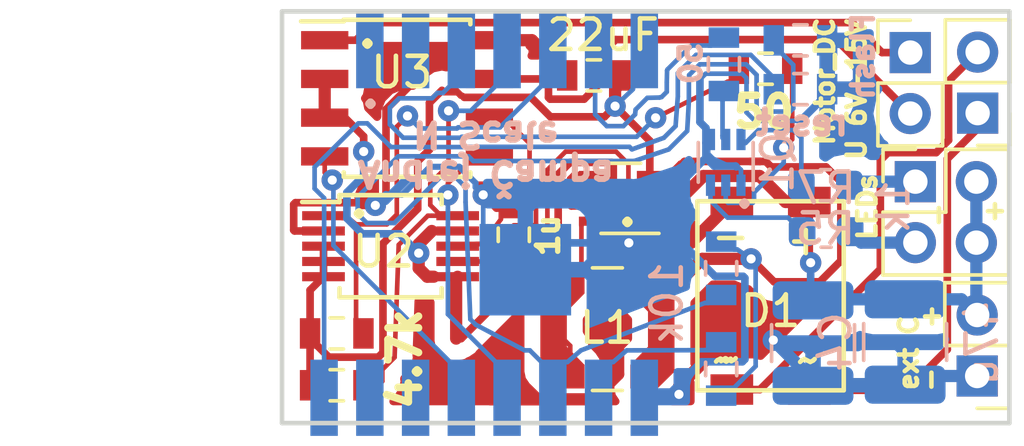
<source format=kicad_pcb>
(kicad_pcb (version 20171130) (host pcbnew 5.0.0-rc3-unknown-520c611~65~ubuntu18.04.1)

  (general
    (thickness 1.6)
    (drawings 14)
    (tracks 500)
    (zones 0)
    (modules 25)
    (nets 31)
  )

  (page A4)
  (layers
    (0 F.Cu signal)
    (31 B.Cu signal)
    (32 B.Adhes user)
    (33 F.Adhes user)
    (34 B.Paste user)
    (35 F.Paste user)
    (36 B.SilkS user)
    (37 F.SilkS user)
    (38 B.Mask user)
    (39 F.Mask user)
    (40 Dwgs.User user)
    (41 Cmts.User user)
    (42 Eco1.User user)
    (43 Eco2.User user)
    (44 Edge.Cuts user)
    (45 Margin user)
    (46 B.CrtYd user)
    (47 F.CrtYd user)
    (48 B.Fab user)
    (49 F.Fab user)
  )

  (setup
    (last_trace_width 0.1524)
    (user_trace_width 0.2)
    (user_trace_width 0.25)
    (user_trace_width 0.4)
    (trace_clearance 0.1524)
    (zone_clearance 0.508)
    (zone_45_only no)
    (trace_min 0.1524)
    (segment_width 0.2)
    (edge_width 0.15)
    (via_size 0.7)
    (via_drill 0.3)
    (via_min_size 0.3)
    (via_min_drill 0.3)
    (uvia_size 0.3)
    (uvia_drill 0.1)
    (uvias_allowed no)
    (uvia_min_size 0.2)
    (uvia_min_drill 0.1)
    (pcb_text_width 0.3)
    (pcb_text_size 1.5 1.5)
    (mod_edge_width 0.15)
    (mod_text_size 1 1)
    (mod_text_width 0.15)
    (pad_size 1.7 1.7)
    (pad_drill 0)
    (pad_to_mask_clearance 0.2)
    (aux_axis_origin 0 0)
    (visible_elements 7FFFFFFF)
    (pcbplotparams
      (layerselection 0x010fc_ffffffff)
      (usegerberextensions false)
      (usegerberattributes false)
      (usegerberadvancedattributes false)
      (creategerberjobfile false)
      (excludeedgelayer true)
      (linewidth 0.100000)
      (plotframeref false)
      (viasonmask false)
      (mode 1)
      (useauxorigin false)
      (hpglpennumber 1)
      (hpglpenspeed 20)
      (hpglpendiameter 15.000000)
      (psnegative false)
      (psa4output false)
      (plotreference true)
      (plotvalue true)
      (plotinvisibletext false)
      (padsonsilk false)
      (subtractmaskfromsilk false)
      (outputformat 1)
      (mirror false)
      (drillshape 1)
      (scaleselection 1)
      (outputdirectory ""))
  )

  (net 0 "")
  (net 1 "Net-(U1-Pad6)")
  (net 2 SDA)
  (net 3 "Net-(U2-Pad7)")
  (net 4 SCL)
  (net 5 "Net-(M1-Pad1)")
  (net 6 Fin)
  (net 7 Rin)
  (net 8 "Net-(M1-Pad2)")
  (net 9 "Net-(P1-Pad15)")
  (net 10 "Net-(P1-Pad10)")
  (net 11 "Net-(P1-Pad9)")
  (net 12 GND)
  (net 13 +3V3)
  (net 14 "Net-(P1-Pad6)")
  (net 15 "Net-(P1-Pad3)")
  (net 16 "Net-(P1-Pad2)")
  (net 17 "Net-(P1-Pad1)")
  (net 18 "Net-(C2-Pad1)")
  (net 19 +12V)
  (net 20 "Net-(D1-Pad2)")
  (net 21 "Net-(D1-Pad3)")
  (net 22 "Net-(L1-Pad1)")
  (net 23 "Net-(J3-Pad1)")
  (net 24 "Net-(Q1-Pad2)")
  (net 25 "Net-(Q1-Pad5)")
  (net 26 "Net-(P1-Pad14)")
  (net 27 "Net-(P1-Pad13)")
  (net 28 "Net-(J3-Pad3)")
  (net 29 "Net-(Q1-Pad6)")
  (net 30 "Net-(Q1-Pad3)")

  (net_class Default "This is the default net class."
    (clearance 0.1524)
    (trace_width 0.1524)
    (via_dia 0.7)
    (via_drill 0.3)
    (uvia_dia 0.3)
    (uvia_drill 0.1)
    (add_net +12V)
    (add_net +3V3)
    (add_net Fin)
    (add_net GND)
    (add_net "Net-(C2-Pad1)")
    (add_net "Net-(D1-Pad2)")
    (add_net "Net-(D1-Pad3)")
    (add_net "Net-(J3-Pad1)")
    (add_net "Net-(J3-Pad3)")
    (add_net "Net-(L1-Pad1)")
    (add_net "Net-(M1-Pad1)")
    (add_net "Net-(M1-Pad2)")
    (add_net "Net-(P1-Pad1)")
    (add_net "Net-(P1-Pad10)")
    (add_net "Net-(P1-Pad13)")
    (add_net "Net-(P1-Pad14)")
    (add_net "Net-(P1-Pad15)")
    (add_net "Net-(P1-Pad2)")
    (add_net "Net-(P1-Pad3)")
    (add_net "Net-(P1-Pad6)")
    (add_net "Net-(P1-Pad9)")
    (add_net "Net-(Q1-Pad2)")
    (add_net "Net-(Q1-Pad3)")
    (add_net "Net-(Q1-Pad5)")
    (add_net "Net-(Q1-Pad6)")
    (add_net "Net-(U1-Pad6)")
    (add_net "Net-(U2-Pad7)")
    (add_net Rin)
    (add_net SCL)
    (add_net SDA)
  )

  (module Package_TO_SOT_SMD:SOT-563 (layer B.Cu) (tedit 5B3AA0AC) (tstamp 5B456A7A)
    (at 161.3 100.85 90)
    (descr SOT563)
    (tags SOT-563)
    (path /5AA5FBE5)
    (attr smd)
    (fp_text reference Q1 (at 0 1.7 90) (layer B.SilkS)
      (effects (font (size 1 1) (thickness 0.15)) (justify mirror))
    )
    (fp_text value FDG1024NZ (at 0 -1.75 90) (layer B.Fab)
      (effects (font (size 1 1) (thickness 0.15)) (justify mirror))
    )
    (fp_text user %R (at 0 0) (layer B.Fab)
      (effects (font (size 0.4 0.4) (thickness 0.0625)) (justify mirror))
    )
    (fp_line (start -0.65 0.5) (end -0.3 0.85) (layer B.Fab) (width 0.1))
    (fp_line (start 0.65 -0.9) (end -0.65 -0.9) (layer B.SilkS) (width 0.12))
    (fp_line (start -0.9 0.9) (end 0.65 0.9) (layer B.SilkS) (width 0.12))
    (fp_line (start -0.65 0.5) (end -0.65 -0.85) (layer B.Fab) (width 0.1))
    (fp_line (start -0.65 -0.85) (end 0.65 -0.85) (layer B.Fab) (width 0.1))
    (fp_line (start 0.65 -0.85) (end 0.65 0.85) (layer B.Fab) (width 0.1))
    (fp_line (start 0.65 0.85) (end -0.3 0.85) (layer B.Fab) (width 0.1))
    (fp_line (start -1.35 1.1) (end 1.35 1.1) (layer B.CrtYd) (width 0.05))
    (fp_line (start -1.35 1.1) (end -1.35 -1.1) (layer B.CrtYd) (width 0.05))
    (fp_line (start 1.35 -1.1) (end 1.35 1.1) (layer B.CrtYd) (width 0.05))
    (fp_line (start 1.35 -1.1) (end -1.35 -1.1) (layer B.CrtYd) (width 0.05))
    (pad 1 smd rect (at -0.75 0.5 90) (size 0.7 0.3) (layers B.Cu B.Paste B.Mask)
      (net 12 GND))
    (pad 3 smd rect (at -0.75 -0.5 90) (size 0.7 0.3) (layers B.Cu B.Paste B.Mask)
      (net 30 "Net-(Q1-Pad3)"))
    (pad 6 smd rect (at 0.75 0.5 90) (size 0.7 0.3) (layers B.Cu B.Paste B.Mask)
      (net 29 "Net-(Q1-Pad6)"))
    (pad 2 smd rect (at -0.75 0 90) (size 0.7 0.3) (layers B.Cu B.Paste B.Mask)
      (net 24 "Net-(Q1-Pad2)"))
    (pad 4 smd rect (at 0.75 -0.5 90) (size 0.7 0.3) (layers B.Cu B.Paste B.Mask)
      (net 12 GND))
    (pad 5 smd rect (at 0.75 0 90) (size 0.7 0.3) (layers B.Cu B.Paste B.Mask)
      (net 25 "Net-(Q1-Pad5)"))
    (model ${KISYS3DMOD}/Package_TO_SOT_SMD.3dshapes/SOT-563.wrl
      (at (xyz 0 0 0))
      (scale (xyz 1 1 1))
      (rotate (xyz 0 0 0))
    )
  )

  (module Package_SO:SOIC-8_3.9x4.9mm_P1.27mm (layer F.Cu) (tedit 5A02F2D3) (tstamp 5AC357AA)
    (at 150.85 98.75)
    (descr "8-Lead Plastic Small Outline (SN) - Narrow, 3.90 mm Body [SOIC] (see Microchip Packaging Specification 00000049BS.pdf)")
    (tags "SOIC 1.27")
    (path /5A9A4354)
    (attr smd)
    (fp_text reference U3 (at -0.175 -0.85) (layer F.SilkS)
      (effects (font (size 1 1) (thickness 0.15)))
    )
    (fp_text value BD6220F (at 0 3.5) (layer F.Fab)
      (effects (font (size 1 1) (thickness 0.15)))
    )
    (fp_text user %R (at 0 0) (layer F.Fab)
      (effects (font (size 1 1) (thickness 0.15)))
    )
    (fp_line (start -0.95 -2.45) (end 1.95 -2.45) (layer F.Fab) (width 0.1))
    (fp_line (start 1.95 -2.45) (end 1.95 2.45) (layer F.Fab) (width 0.1))
    (fp_line (start 1.95 2.45) (end -1.95 2.45) (layer F.Fab) (width 0.1))
    (fp_line (start -1.95 2.45) (end -1.95 -1.45) (layer F.Fab) (width 0.1))
    (fp_line (start -1.95 -1.45) (end -0.95 -2.45) (layer F.Fab) (width 0.1))
    (fp_line (start -3.73 -2.7) (end -3.73 2.7) (layer F.CrtYd) (width 0.05))
    (fp_line (start 3.73 -2.7) (end 3.73 2.7) (layer F.CrtYd) (width 0.05))
    (fp_line (start -3.73 -2.7) (end 3.73 -2.7) (layer F.CrtYd) (width 0.05))
    (fp_line (start -3.73 2.7) (end 3.73 2.7) (layer F.CrtYd) (width 0.05))
    (fp_line (start -2.075 -2.575) (end -2.075 -2.525) (layer F.SilkS) (width 0.15))
    (fp_line (start 2.075 -2.575) (end 2.075 -2.43) (layer F.SilkS) (width 0.15))
    (fp_line (start 2.075 2.575) (end 2.075 2.43) (layer F.SilkS) (width 0.15))
    (fp_line (start -2.075 2.575) (end -2.075 2.43) (layer F.SilkS) (width 0.15))
    (fp_line (start -2.075 -2.575) (end 2.075 -2.575) (layer F.SilkS) (width 0.15))
    (fp_line (start -2.075 2.575) (end 2.075 2.575) (layer F.SilkS) (width 0.15))
    (fp_line (start -2.075 -2.525) (end -3.475 -2.525) (layer F.SilkS) (width 0.15))
    (pad 1 smd rect (at -2.7 -1.905) (size 1.55 0.6) (layers F.Cu F.Paste F.Mask)
      (net 5 "Net-(M1-Pad1)"))
    (pad 2 smd rect (at -2.7 -0.635) (size 1.55 0.6) (layers F.Cu F.Paste F.Mask)
      (net 19 +12V))
    (pad 3 smd rect (at -2.7 0.635) (size 1.55 0.6) (layers F.Cu F.Paste F.Mask)
      (net 19 +12V))
    (pad 4 smd rect (at -2.7 1.905) (size 1.55 0.6) (layers F.Cu F.Paste F.Mask)
      (net 6 Fin))
    (pad 5 smd rect (at 2.7 1.905) (size 1.55 0.6) (layers F.Cu F.Paste F.Mask)
      (net 7 Rin))
    (pad 6 smd rect (at 2.7 0.635) (size 1.55 0.6) (layers F.Cu F.Paste F.Mask)
      (net 3 "Net-(U2-Pad7)"))
    (pad 7 smd rect (at 2.7 -0.635) (size 1.55 0.6) (layers F.Cu F.Paste F.Mask)
      (net 8 "Net-(M1-Pad2)"))
    (pad 8 smd rect (at 2.7 -1.905) (size 1.55 0.6) (layers F.Cu F.Paste F.Mask)
      (net 12 GND))
    (model ${KISYS3DMOD}/Package_SO.3dshapes/SOIC-8_3.9x4.9mm_P1.27mm.wrl
      (at (xyz 0 0 0))
      (scale (xyz 1 1 1))
      (rotate (xyz 0 0 0))
    )
  )

  (module Resistor_SMD:R_0603_1608Metric (layer F.Cu) (tedit 5AA90763) (tstamp 5AA94D98)
    (at 148.545 108.16)
    (descr "Resistor SMD 0603 (1608 Metric), square (rectangular) end terminal, IPC_7351 nominal, (Body size source: http://www.tortai-tech.com/upload/download/2011102023233369053.pdf), generated with kicad-footprint-generator")
    (tags resistor)
    (path /5AA8B084)
    (attr smd)
    (fp_text reference R4 (at 0.155 2.115) (layer F.SilkS) hide
      (effects (font (size 1 1) (thickness 0.15)))
    )
    (fp_text value 4.7k (at 2.23 -0.86 90) (layer F.SilkS)
      (effects (font (size 1 1) (thickness 0.25)))
    )
    (fp_line (start -0.8 0.4) (end -0.8 -0.4) (layer F.Fab) (width 0.1))
    (fp_line (start -0.8 -0.4) (end 0.8 -0.4) (layer F.Fab) (width 0.1))
    (fp_line (start 0.8 -0.4) (end 0.8 0.4) (layer F.Fab) (width 0.1))
    (fp_line (start 0.8 0.4) (end -0.8 0.4) (layer F.Fab) (width 0.1))
    (fp_line (start -0.22 -0.51) (end 0.22 -0.51) (layer F.SilkS) (width 0.12))
    (fp_line (start -0.22 0.51) (end 0.22 0.51) (layer F.SilkS) (width 0.12))
    (fp_line (start -1.46 0.75) (end -1.46 -0.75) (layer F.CrtYd) (width 0.05))
    (fp_line (start -1.46 -0.75) (end 1.46 -0.75) (layer F.CrtYd) (width 0.05))
    (fp_line (start 1.46 -0.75) (end 1.46 0.75) (layer F.CrtYd) (width 0.05))
    (fp_line (start 1.46 0.75) (end -1.46 0.75) (layer F.CrtYd) (width 0.05))
    (fp_text user %R (at 0 0) (layer F.Fab)
      (effects (font (size 0.5 0.5) (thickness 0.08)))
    )
    (pad 1 smd rect (at -0.875 0) (size 0.67 1) (layers F.Cu F.Paste F.Mask)
      (net 13 +3V3))
    (pad 2 smd rect (at 0.875 0) (size 0.67 1) (layers F.Cu F.Paste F.Mask)
      (net 4 SCL))
    (model ${KISYS3DMOD}/Resistor_SMD.3dshapes/R_0603_1608Metric.wrl
      (at (xyz 0 0 0))
      (scale (xyz 1 1 1))
      (rotate (xyz 0 0 0))
    )
  )

  (module Package_SO:MSOP-10_3x3mm_P0.5mm (layer F.Cu) (tedit 5AA9074E) (tstamp 5AB3D3F4)
    (at 150.31 103.6)
    (descr "10-Lead Plastic Micro Small Outline Package (MS) [MSOP] (see Microchip Packaging Specification 00000049BS.pdf)")
    (tags "SSOP 0.5")
    (path /5A9BCE6E)
    (attr smd)
    (fp_text reference U2 (at -0.235 0.175) (layer F.SilkS)
      (effects (font (size 1 1) (thickness 0.15)))
    )
    (fp_text value DS3501U (at -5.685 0.875) (layer F.SilkS) hide
      (effects (font (size 1 1) (thickness 0.15)))
    )
    (fp_line (start -0.5 -1.5) (end 1.5 -1.5) (layer F.Fab) (width 0.15))
    (fp_line (start 1.5 -1.5) (end 1.5 1.5) (layer F.Fab) (width 0.15))
    (fp_line (start 1.5 1.5) (end -1.5 1.5) (layer F.Fab) (width 0.15))
    (fp_line (start -1.5 1.5) (end -1.5 -0.5) (layer F.Fab) (width 0.15))
    (fp_line (start -1.5 -0.5) (end -0.5 -1.5) (layer F.Fab) (width 0.15))
    (fp_line (start -3.15 -1.85) (end -3.15 1.85) (layer F.CrtYd) (width 0.05))
    (fp_line (start 3.15 -1.85) (end 3.15 1.85) (layer F.CrtYd) (width 0.05))
    (fp_line (start -3.15 -1.85) (end 3.15 -1.85) (layer F.CrtYd) (width 0.05))
    (fp_line (start -3.15 1.85) (end 3.15 1.85) (layer F.CrtYd) (width 0.05))
    (fp_line (start -1.675 -1.675) (end -1.675 -1.45) (layer F.SilkS) (width 0.15))
    (fp_line (start 1.675 -1.675) (end 1.675 -1.375) (layer F.SilkS) (width 0.15))
    (fp_line (start 1.675 1.675) (end 1.675 1.375) (layer F.SilkS) (width 0.15))
    (fp_line (start -1.675 1.675) (end -1.675 1.375) (layer F.SilkS) (width 0.15))
    (fp_line (start -1.675 -1.675) (end 1.675 -1.675) (layer F.SilkS) (width 0.15))
    (fp_line (start -1.675 1.675) (end 1.675 1.675) (layer F.SilkS) (width 0.15))
    (fp_line (start -1.675 -1.45) (end -2.9 -1.45) (layer F.SilkS) (width 0.15))
    (fp_text user %R (at 7.85 2.65) (layer F.Fab)
      (effects (font (size 0.6 0.6) (thickness 0.15)))
    )
    (pad 1 smd rect (at -2.2 -1) (size 1.4 0.3) (layers F.Cu F.Paste F.Mask)
      (net 2 SDA))
    (pad 2 smd rect (at -2.2 -0.5) (size 1.4 0.3) (layers F.Cu F.Paste F.Mask)
      (net 12 GND))
    (pad 3 smd rect (at -2.2 0) (size 1.4 0.3) (layers F.Cu F.Paste F.Mask)
      (net 13 +3V3))
    (pad 4 smd rect (at -2.2 0.5) (size 1.4 0.3) (layers F.Cu F.Paste F.Mask)
      (net 13 +3V3))
    (pad 5 smd rect (at -2.2 1) (size 1.4 0.3) (layers F.Cu F.Paste F.Mask)
      (net 13 +3V3))
    (pad 6 smd rect (at 2.2 1) (size 1.4 0.3) (layers F.Cu F.Paste F.Mask)
      (net 19 +12V))
    (pad 7 smd rect (at 2.2 0.5) (size 1.4 0.3) (layers F.Cu F.Paste F.Mask)
      (net 3 "Net-(U2-Pad7)"))
    (pad 8 smd rect (at 2.2 0) (size 1.4 0.3) (layers F.Cu F.Paste F.Mask)
      (net 12 GND))
    (pad 9 smd rect (at 2.2 -0.5) (size 1.4 0.3) (layers F.Cu F.Paste F.Mask)
      (net 19 +12V))
    (pad 10 smd rect (at 2.2 -1) (size 1.4 0.3) (layers F.Cu F.Paste F.Mask)
      (net 4 SCL))
    (model ${KISYS3DMOD}/Package_SO.3dshapes/MSOP-10_3x3mm_P0.5mm.wrl
      (at (xyz 0 0 0))
      (scale (xyz 1 1 1))
      (rotate (xyz 0 0 0))
    )
  )

  (module Resistor_SMD:R_0603_1608Metric (layer F.Cu) (tedit 5AA90759) (tstamp 5AA6DC13)
    (at 148.545 106.46)
    (descr "Resistor SMD 0603 (1608 Metric), square (rectangular) end terminal, IPC_7351 nominal, (Body size source: http://www.tortai-tech.com/upload/download/2011102023233369053.pdf), generated with kicad-footprint-generator")
    (tags resistor)
    (path /5AA97B2D)
    (attr smd)
    (fp_text reference R3 (at 0.555 -1.685) (layer F.SilkS) hide
      (effects (font (size 1 1) (thickness 0.15)))
    )
    (fp_text value 4.7k (at 2.055 -0.085 90) (layer F.SilkS) hide
      (effects (font (size 0.5 0.5) (thickness 0.125)))
    )
    (fp_text user %R (at 0 0) (layer F.Fab)
      (effects (font (size 0.5 0.5) (thickness 0.08)))
    )
    (fp_line (start 1.46 0.75) (end -1.46 0.75) (layer F.CrtYd) (width 0.05))
    (fp_line (start 1.46 -0.75) (end 1.46 0.75) (layer F.CrtYd) (width 0.05))
    (fp_line (start -1.46 -0.75) (end 1.46 -0.75) (layer F.CrtYd) (width 0.05))
    (fp_line (start -1.46 0.75) (end -1.46 -0.75) (layer F.CrtYd) (width 0.05))
    (fp_line (start -0.22 0.51) (end 0.22 0.51) (layer F.SilkS) (width 0.12))
    (fp_line (start -0.22 -0.51) (end 0.22 -0.51) (layer F.SilkS) (width 0.12))
    (fp_line (start 0.8 0.4) (end -0.8 0.4) (layer F.Fab) (width 0.1))
    (fp_line (start 0.8 -0.4) (end 0.8 0.4) (layer F.Fab) (width 0.1))
    (fp_line (start -0.8 -0.4) (end 0.8 -0.4) (layer F.Fab) (width 0.1))
    (fp_line (start -0.8 0.4) (end -0.8 -0.4) (layer F.Fab) (width 0.1))
    (pad 2 smd rect (at 0.875 0) (size 0.67 1) (layers F.Cu F.Paste F.Mask)
      (net 2 SDA))
    (pad 1 smd rect (at -0.875 0) (size 0.67 1) (layers F.Cu F.Paste F.Mask)
      (net 13 +3V3))
    (model ${KISYS3DMOD}/Resistor_SMD.3dshapes/R_0603_1608Metric.wrl
      (at (xyz 0 0 0))
      (scale (xyz 1 1 1))
      (rotate (xyz 0 0 0))
    )
  )

  (module Resistor_SMD:R_0603_1608Metric (layer B.Cu) (tedit 5B3A9B2D) (tstamp 5AA6E1ED)
    (at 161.15 107.625 270)
    (descr "Resistor SMD 0603 (1608 Metric), square (rectangular) end terminal, IPC_7351 nominal, (Body size source: http://www.tortai-tech.com/upload/download/2011102023233369053.pdf), generated with kicad-footprint-generator")
    (tags resistor)
    (path /5A55D8BC)
    (attr smd)
    (fp_text reference R1 (at 0 1.65 270) (layer B.SilkS) hide
      (effects (font (size 1 1) (thickness 0.15)) (justify mirror))
    )
    (fp_text value 10k (at 0.05 -1.7 270) (layer B.SilkS) hide
      (effects (font (size 1 1) (thickness 0.15)) (justify mirror))
    )
    (fp_line (start -0.8 -0.4) (end -0.8 0.4) (layer B.Fab) (width 0.1))
    (fp_line (start -0.8 0.4) (end 0.8 0.4) (layer B.Fab) (width 0.1))
    (fp_line (start 0.8 0.4) (end 0.8 -0.4) (layer B.Fab) (width 0.1))
    (fp_line (start 0.8 -0.4) (end -0.8 -0.4) (layer B.Fab) (width 0.1))
    (fp_line (start -0.22 0.51) (end 0.22 0.51) (layer B.SilkS) (width 0.12))
    (fp_line (start -0.22 -0.51) (end 0.22 -0.51) (layer B.SilkS) (width 0.12))
    (fp_line (start -1.46 -0.75) (end -1.46 0.75) (layer B.CrtYd) (width 0.05))
    (fp_line (start -1.46 0.75) (end 1.46 0.75) (layer B.CrtYd) (width 0.05))
    (fp_line (start 1.46 0.75) (end 1.46 -0.75) (layer B.CrtYd) (width 0.05))
    (fp_line (start 1.46 -0.75) (end -1.46 -0.75) (layer B.CrtYd) (width 0.05))
    (fp_text user %R (at 0 0 270) (layer B.Fab)
      (effects (font (size 0.5 0.5) (thickness 0.08)) (justify mirror))
    )
    (pad 1 smd rect (at -0.875 0 270) (size 0.67 1) (layers B.Cu B.Paste B.Mask)
      (net 11 "Net-(P1-Pad9)"))
    (pad 2 smd rect (at 0.875 0 270) (size 0.67 1) (layers B.Cu B.Paste B.Mask)
      (net 13 +3V3))
    (model ${KISYS3DMOD}/Resistor_SMD.3dshapes/R_0603_1608Metric.wrl
      (at (xyz 0 0 0))
      (scale (xyz 1 1 1))
      (rotate (xyz 0 0 0))
    )
  )

  (module ESP-M:HD_bridge_bourns (layer F.Cu) (tedit 5B3A91CB) (tstamp 5AECEAE0)
    (at 162.77 105.225)
    (path /5A96D010)
    (fp_text reference D1 (at 0 0.5) (layer F.SilkS)
      (effects (font (size 1 1) (thickness 0.15)))
    )
    (fp_text value D_Bridge_+AA- (at 0.01098 -0.41952) (layer F.Fab) hide
      (effects (font (size 1 1) (thickness 0.15)))
    )
    (fp_line (start 2.4 -3.1) (end 2.4 3.1) (layer F.SilkS) (width 0.15))
    (fp_line (start -2.4 -3.1) (end 2.4 -3.1) (layer F.SilkS) (width 0.15))
    (fp_line (start -2.4 3.1) (end 2.4 3.1) (layer F.SilkS) (width 0.15))
    (fp_line (start -2.4 -3.1) (end -2.4 3.1) (layer F.SilkS) (width 0.15))
    (fp_text user ~~ (at 1.2319 2.0955) (layer F.SilkS)
      (effects (font (size 1 1) (thickness 0.15)))
    )
    (fp_text user ~~ (at -1.3589 2.0701) (layer F.SilkS)
      (effects (font (size 1 1) (thickness 0.15)))
    )
    (fp_text user ~ (at -1.524 2.0828) (layer F.SilkS)
      (effects (font (size 1 1) (thickness 0.15)))
    )
    (fp_text user + (at 1.1557 -1.8542) (layer F.SilkS)
      (effects (font (size 1 1) (thickness 0.15)))
    )
    (fp_text user - (at -1.3081 -1.9685) (layer F.SilkS)
      (effects (font (size 1 1) (thickness 0.15)))
    )
    (pad 4 smd rect (at -1.27 -3.075) (size 1.4 1) (layers F.Cu F.Paste F.Mask)
      (net 12 GND))
    (pad 3 smd rect (at -1.27 3.075) (size 1.4 1) (layers F.Cu F.Paste F.Mask)
      (net 21 "Net-(D1-Pad3)"))
    (pad 2 smd rect (at 1.27 3.075) (size 1.4 1) (layers F.Cu F.Paste F.Mask)
      (net 20 "Net-(D1-Pad2)"))
    (pad 1 smd rect (at 1.27 -3.075) (size 1.4 1) (layers F.Cu F.Paste F.Mask)
      (net 19 +12V))
  )

  (module Resistor_SMD:R_0603_1608Metric (layer B.Cu) (tedit 5AA8FA90) (tstamp 5AA6E28F)
    (at 161.15 104.325 90)
    (descr "Resistor SMD 0603 (1608 Metric), square (rectangular) end terminal, IPC_7351 nominal, (Body size source: http://www.tortai-tech.com/upload/download/2011102023233369053.pdf), generated with kicad-footprint-generator")
    (tags resistor)
    (path /5A55D985)
    (attr smd)
    (fp_text reference R2 (at 0 1.65 90) (layer B.SilkS) hide
      (effects (font (size 1 1) (thickness 0.15)) (justify mirror))
    )
    (fp_text value 10k (at -1.1358 -1.78024 90) (layer B.SilkS)
      (effects (font (size 1 1) (thickness 0.15)) (justify mirror))
    )
    (fp_text user %R (at 0 0 90) (layer B.Fab)
      (effects (font (size 0.5 0.5) (thickness 0.08)) (justify mirror))
    )
    (fp_line (start 1.46 -0.75) (end -1.46 -0.75) (layer B.CrtYd) (width 0.05))
    (fp_line (start 1.46 0.75) (end 1.46 -0.75) (layer B.CrtYd) (width 0.05))
    (fp_line (start -1.46 0.75) (end 1.46 0.75) (layer B.CrtYd) (width 0.05))
    (fp_line (start -1.46 -0.75) (end -1.46 0.75) (layer B.CrtYd) (width 0.05))
    (fp_line (start -0.22 -0.51) (end 0.22 -0.51) (layer B.SilkS) (width 0.12))
    (fp_line (start -0.22 0.51) (end 0.22 0.51) (layer B.SilkS) (width 0.12))
    (fp_line (start 0.8 -0.4) (end -0.8 -0.4) (layer B.Fab) (width 0.1))
    (fp_line (start 0.8 0.4) (end 0.8 -0.4) (layer B.Fab) (width 0.1))
    (fp_line (start -0.8 0.4) (end 0.8 0.4) (layer B.Fab) (width 0.1))
    (fp_line (start -0.8 -0.4) (end -0.8 0.4) (layer B.Fab) (width 0.1))
    (pad 2 smd rect (at 0.875 0 90) (size 0.67 1) (layers B.Cu B.Paste B.Mask)
      (net 13 +3V3))
    (pad 1 smd rect (at -0.875 0 90) (size 0.67 1) (layers B.Cu B.Paste B.Mask)
      (net 10 "Net-(P1-Pad10)"))
    (model ${KISYS3DMOD}/Resistor_SMD.3dshapes/R_0603_1608Metric.wrl
      (at (xyz 0 0 0))
      (scale (xyz 1 1 1))
      (rotate (xyz 0 0 0))
    )
  )

  (module Inductor_SMD:L_Coilcraft_LPS4018 (layer F.Cu) (tedit 5A5CD04D) (tstamp 5AB3D57D)
    (at 157.42 106.32)
    (descr "SMD Inductor Coilcraft LPS4018 https://www.coilcraft.com/misc/lps4018d.html")
    (tags "L Coilcraft LPS4018")
    (path /5A9D9BB2)
    (attr smd)
    (fp_text reference L1 (at -0.02 -0.045) (layer F.SilkS)
      (effects (font (size 1 1) (thickness 0.15)))
    )
    (fp_text value L (at 0 3) (layer F.Fab)
      (effects (font (size 1 1) (thickness 0.15)))
    )
    (fp_line (start 1.75 -2.2) (end 2.45 -1.5) (layer F.CrtYd) (width 0.05))
    (fp_line (start -0.49 -2.01) (end 0.49 -2.01) (layer F.SilkS) (width 0.12))
    (fp_line (start 1.2 -1.95) (end 1.95 -1.2) (layer F.Fab) (width 0.1))
    (fp_line (start -1.95 -1.2) (end -1.21 -1.95) (layer F.Fab) (width 0.1))
    (fp_line (start -1.95 1.2) (end -1.2 1.95) (layer F.Fab) (width 0.1))
    (fp_line (start 1.2 1.95) (end 1.95 1.2) (layer F.Fab) (width 0.1))
    (fp_text user %R (at 0 0) (layer F.Fab)
      (effects (font (size 0.8 0.8) (thickness 0.12)))
    )
    (fp_line (start 2.45 -1.5) (end 2.45 1.5) (layer F.CrtYd) (width 0.05))
    (fp_line (start -1.75 -2.2) (end 1.75 -2.2) (layer F.CrtYd) (width 0.05))
    (fp_line (start -1.95 1.2) (end -1.95 -1.2) (layer F.Fab) (width 0.1))
    (fp_line (start 1.2 1.95) (end -1.2 1.95) (layer F.Fab) (width 0.1))
    (fp_line (start 1.95 -1.2) (end 1.95 1.2) (layer F.Fab) (width 0.1))
    (fp_line (start -1.2 -1.95) (end 1.2 -1.95) (layer F.Fab) (width 0.1))
    (fp_line (start -0.49 2.01) (end 0.49 2.01) (layer F.SilkS) (width 0.12))
    (fp_line (start -1.75 -2.2) (end -2.45 -1.5) (layer F.CrtYd) (width 0.05))
    (fp_line (start -2.45 -1.5) (end -2.45 1.5) (layer F.CrtYd) (width 0.05))
    (fp_line (start -1.75 2.2) (end 1.75 2.2) (layer F.CrtYd) (width 0.05))
    (fp_line (start -1.75 2.2) (end -2.45 1.5) (layer F.CrtYd) (width 0.05))
    (fp_line (start 1.75 2.2) (end 2.45 1.5) (layer F.CrtYd) (width 0.05))
    (pad 1 smd rect (at -1.765 0) (size 0.87 2.79) (layers F.Cu F.Paste F.Mask)
      (net 22 "Net-(L1-Pad1)"))
    (pad 1 smd rect (at -1.195 -1.5575) (size 0.89 0.775) (layers F.Cu F.Paste F.Mask)
      (net 22 "Net-(L1-Pad1)"))
    (pad 1 smd rect (at -1.219 -1.0475 135.7) (size 0.5 0.831) (layers F.Cu F.Paste F.Mask)
      (net 22 "Net-(L1-Pad1)"))
    (pad 1 smd rect (at -1.7435 -1.493 134.5) (size 0.5 0.789) (layers F.Cu F.Paste F.Mask)
      (net 22 "Net-(L1-Pad1)"))
    (pad 1 smd rect (at -1.7435 1.493 225.5) (size 0.5 0.789) (layers F.Cu F.Paste F.Mask)
      (net 22 "Net-(L1-Pad1)"))
    (pad 1 smd rect (at -1.195 1.5575) (size 0.89 0.775) (layers F.Cu F.Paste F.Mask)
      (net 22 "Net-(L1-Pad1)"))
    (pad 1 smd rect (at -1.219 1.0475 224.3) (size 0.5 0.831) (layers F.Cu F.Paste F.Mask)
      (net 22 "Net-(L1-Pad1)"))
    (pad 2 smd rect (at 1.765 0) (size 0.87 2.79) (layers F.Cu F.Paste F.Mask)
      (net 13 +3V3))
    (pad 2 smd rect (at 1.195 -1.5575) (size 0.89 0.775) (layers F.Cu F.Paste F.Mask)
      (net 13 +3V3))
    (pad 2 smd rect (at 1.219 -1.0475 224.3) (size 0.5 0.831) (layers F.Cu F.Paste F.Mask)
      (net 13 +3V3))
    (pad 2 smd rect (at 1.7435 -1.493 225.5) (size 0.5 0.789) (layers F.Cu F.Paste F.Mask)
      (net 13 +3V3))
    (pad 2 smd rect (at 1.195 1.5575) (size 0.89 0.775) (layers F.Cu F.Paste F.Mask)
      (net 13 +3V3))
    (pad 2 smd rect (at 1.219 1.0475 135.7) (size 0.5 0.831) (layers F.Cu F.Paste F.Mask)
      (net 13 +3V3))
    (pad 2 smd rect (at 1.7435 1.493 134.5) (size 0.5 0.789) (layers F.Cu F.Paste F.Mask)
      (net 13 +3V3))
    (model ${KISYS3DMOD}/Inductor_SMD.3dshapes/L_Coilcraft_LPS4018.wrl
      (at (xyz 0 0 0))
      (scale (xyz 1 1 1))
      (rotate (xyz 0 0 0))
    )
  )

  (module Resistor_SMD:R_0603_1608Metric (layer F.Cu) (tedit 5AA907B6) (tstamp 5AA6E61A)
    (at 162.605 97.78 180)
    (descr "Resistor SMD 0603 (1608 Metric), square (rectangular) end terminal, IPC_7351 nominal, (Body size source: http://www.tortai-tech.com/upload/download/2011102023233369053.pdf), generated with kicad-footprint-generator")
    (tags resistor)
    (path /5AA23A22)
    (attr smd)
    (fp_text reference R6 (at -0.045 1.63 180) (layer F.SilkS) hide
      (effects (font (size 1 1) (thickness 0.15)))
    )
    (fp_text value 50 (at 0.055 -1.42) (layer F.SilkS)
      (effects (font (size 1 1) (thickness 0.25)))
    )
    (fp_text user %R (at -0.32 4.08 180) (layer F.Fab) hide
      (effects (font (size 0.5 0.5) (thickness 0.08)))
    )
    (fp_line (start 1.46 0.75) (end -1.46 0.75) (layer F.CrtYd) (width 0.05))
    (fp_line (start 1.46 -0.75) (end 1.46 0.75) (layer F.CrtYd) (width 0.05))
    (fp_line (start -1.46 -0.75) (end 1.46 -0.75) (layer F.CrtYd) (width 0.05))
    (fp_line (start -1.46 0.75) (end -1.46 -0.75) (layer F.CrtYd) (width 0.05))
    (fp_line (start -0.22 0.51) (end 0.22 0.51) (layer F.SilkS) (width 0.12))
    (fp_line (start -0.22 -0.51) (end 0.22 -0.51) (layer F.SilkS) (width 0.12))
    (fp_line (start 0.8 0.4) (end -0.8 0.4) (layer F.Fab) (width 0.1))
    (fp_line (start 0.8 -0.4) (end 0.8 0.4) (layer F.Fab) (width 0.1))
    (fp_line (start -0.8 -0.4) (end 0.8 -0.4) (layer F.Fab) (width 0.1))
    (fp_line (start -0.8 0.4) (end -0.8 -0.4) (layer F.Fab) (width 0.1))
    (pad 2 smd rect (at 0.875 0 180) (size 0.67 1) (layers F.Cu F.Paste F.Mask)
      (net 15 "Net-(P1-Pad3)"))
    (pad 1 smd rect (at -0.875 0 180) (size 0.67 1) (layers F.Cu F.Paste F.Mask)
      (net 24 "Net-(Q1-Pad2)"))
    (model ${KISYS3DMOD}/Resistor_SMD.3dshapes/R_0603_1608Metric.wrl
      (at (xyz 0 0 0))
      (scale (xyz 1 1 1))
      (rotate (xyz 0 0 0))
    )
  )

  (module Connector_PinHeader_2.00mm:PinHeader_1x02_P2.00mm_Vertical (layer F.Cu) (tedit 5B3A9350) (tstamp 5B4574EF)
    (at 169.56024 99.23526 180)
    (descr "Through hole straight pin header, 1x02, 2.00mm pitch, single row")
    (tags "Through hole pin header THT 1x02 2.00mm single row")
    (path /5A5F9681)
    (fp_text reference J2 (at 0 -2.06 180) (layer F.SilkS) hide
      (effects (font (size 1 1) (thickness 0.15)))
    )
    (fp_text value "U 6V-15V" (at 3.97256 0.7747 270) (layer F.SilkS)
      (effects (font (size 0.6 0.6) (thickness 0.15)))
    )
    (fp_text user %R (at 0 1 270) (layer F.Fab)
      (effects (font (size 1 1) (thickness 0.15)))
    )
    (fp_line (start 1.5 -1.5) (end -1.5 -1.5) (layer F.CrtYd) (width 0.05))
    (fp_line (start 1.5 3.5) (end 1.5 -1.5) (layer F.CrtYd) (width 0.05))
    (fp_line (start -1.5 3.5) (end 1.5 3.5) (layer F.CrtYd) (width 0.05))
    (fp_line (start -1.5 -1.5) (end -1.5 3.5) (layer F.CrtYd) (width 0.05))
    (fp_line (start -1.06 -1.06) (end 0 -1.06) (layer F.SilkS) (width 0.12))
    (fp_line (start -1.06 0) (end -1.06 -1.06) (layer F.SilkS) (width 0.12))
    (fp_line (start -1.06 1) (end 1.06 1) (layer F.SilkS) (width 0.12))
    (fp_line (start 1.06 1) (end 1.06 3.06) (layer F.SilkS) (width 0.12))
    (fp_line (start -1.06 1) (end -1.06 3.06) (layer F.SilkS) (width 0.12))
    (fp_line (start -1.06 3.06) (end 1.06 3.06) (layer F.SilkS) (width 0.12))
    (fp_line (start -1 -0.5) (end -0.5 -1) (layer F.Fab) (width 0.1))
    (fp_line (start -1 3) (end -1 -0.5) (layer F.Fab) (width 0.1))
    (fp_line (start 1 3) (end -1 3) (layer F.Fab) (width 0.1))
    (fp_line (start 1 -1) (end 1 3) (layer F.Fab) (width 0.1))
    (fp_line (start -0.5 -1) (end 1 -1) (layer F.Fab) (width 0.1))
    (pad 2 thru_hole oval (at 0 2 180) (size 1.35 1.35) (drill 0.8) (layers *.Cu *.Mask)
      (net 21 "Net-(D1-Pad3)"))
    (pad 1 thru_hole rect (at 0 0 180) (size 1.35 1.35) (drill 0.8) (layers *.Cu *.Mask)
      (net 20 "Net-(D1-Pad2)"))
    (model ${KISYS3DMOD}/Connector_PinHeader_2.00mm.3dshapes/PinHeader_1x02_P2.00mm_Vertical.wrl
      (at (xyz 0 0 0))
      (scale (xyz 1 1 1))
      (rotate (xyz 0 0 0))
    )
  )

  (module Resistor_SMD:R_0603_1608Metric (layer B.Cu) (tedit 5AA9083D) (tstamp 5AA908F7)
    (at 163.75 98.45)
    (descr "Resistor SMD 0603 (1608 Metric), square (rectangular) end terminal, IPC_7351 nominal, (Body size source: http://www.tortai-tech.com/upload/download/2011102023233369053.pdf), generated with kicad-footprint-generator")
    (tags resistor)
    (path /5A55E368)
    (attr smd)
    (fp_text reference SW1 (at 0 1.65 180) (layer B.SilkS) hide
      (effects (font (size 1 1) (thickness 0.15)) (justify mirror))
    )
    (fp_text value reset (at 0.05 1.1) (layer B.SilkS)
      (effects (font (size 0.8 0.8) (thickness 0.2)) (justify mirror))
    )
    (fp_text user %R (at 0 0) (layer B.Fab) hide
      (effects (font (size 0.5 0.5) (thickness 0.08)) (justify mirror))
    )
    (fp_line (start 1.46 -0.75) (end -1.46 -0.75) (layer B.CrtYd) (width 0.05))
    (fp_line (start 1.46 0.75) (end 1.46 -0.75) (layer B.CrtYd) (width 0.05))
    (fp_line (start -1.46 0.75) (end 1.46 0.75) (layer B.CrtYd) (width 0.05))
    (fp_line (start -1.46 -0.75) (end -1.46 0.75) (layer B.CrtYd) (width 0.05))
    (fp_line (start -0.22 -0.51) (end 0.22 -0.51) (layer B.SilkS) (width 0.12))
    (fp_line (start -0.22 0.51) (end 0.22 0.51) (layer B.SilkS) (width 0.12))
    (fp_line (start 0.8 -0.4) (end -0.8 -0.4) (layer B.Fab) (width 0.1))
    (fp_line (start 0.8 0.4) (end 0.8 -0.4) (layer B.Fab) (width 0.1))
    (fp_line (start -0.8 0.4) (end 0.8 0.4) (layer B.Fab) (width 0.1))
    (fp_line (start -0.8 -0.4) (end -0.8 0.4) (layer B.Fab) (width 0.1))
    (pad 2 smd rect (at 0.875 0) (size 0.67 1) (layers B.Cu B.Paste B.Mask)
      (net 12 GND))
    (pad 1 smd rect (at -0.875 0) (size 0.67 1) (layers B.Cu B.Paste B.Mask)
      (net 9 "Net-(P1-Pad15)"))
    (model ${KISYS3DMOD}/Resistor_SMD.3dshapes/R_0603_1608Metric.wrl
      (at (xyz 0 0 0))
      (scale (xyz 1 1 1))
      (rotate (xyz 0 0 0))
    )
  )

  (module Resistor_SMD:R_0603_1608Metric (layer B.Cu) (tedit 5AA90959) (tstamp 5AB75D8D)
    (at 161.24 97.635 90)
    (descr "Resistor SMD 0603 (1608 Metric), square (rectangular) end terminal, IPC_7351 nominal, (Body size source: http://www.tortai-tech.com/upload/download/2011102023233369053.pdf), generated with kicad-footprint-generator")
    (tags resistor)
    (path /5AA41C3E)
    (attr smd)
    (fp_text reference R8 (at 0 1.65 90) (layer B.SilkS) hide
      (effects (font (size 1 1) (thickness 0.15)) (justify mirror))
    )
    (fp_text value 50 (at 0.035 -1.09 90) (layer B.SilkS)
      (effects (font (size 0.7 0.7) (thickness 0.175)) (justify mirror))
    )
    (fp_text user %R (at 0 0 90) (layer B.Fab) hide
      (effects (font (size 0.5 0.5) (thickness 0.08)) (justify mirror))
    )
    (fp_line (start 1.46 -0.75) (end -1.46 -0.75) (layer B.CrtYd) (width 0.05))
    (fp_line (start 1.46 0.75) (end 1.46 -0.75) (layer B.CrtYd) (width 0.05))
    (fp_line (start -1.46 0.75) (end 1.46 0.75) (layer B.CrtYd) (width 0.05))
    (fp_line (start -1.46 -0.75) (end -1.46 0.75) (layer B.CrtYd) (width 0.05))
    (fp_line (start -0.22 -0.51) (end 0.22 -0.51) (layer B.SilkS) (width 0.12))
    (fp_line (start -0.22 0.51) (end 0.22 0.51) (layer B.SilkS) (width 0.12))
    (fp_line (start 0.8 -0.4) (end -0.8 -0.4) (layer B.Fab) (width 0.1))
    (fp_line (start 0.8 0.4) (end 0.8 -0.4) (layer B.Fab) (width 0.1))
    (fp_line (start -0.8 0.4) (end 0.8 0.4) (layer B.Fab) (width 0.1))
    (fp_line (start -0.8 -0.4) (end -0.8 0.4) (layer B.Fab) (width 0.1))
    (pad 2 smd rect (at 0.875 0 90) (size 0.67 1) (layers B.Cu B.Paste B.Mask)
      (net 14 "Net-(P1-Pad6)"))
    (pad 1 smd rect (at -0.875 0 90) (size 0.67 1) (layers B.Cu B.Paste B.Mask)
      (net 25 "Net-(Q1-Pad5)"))
    (model ${KISYS3DMOD}/Resistor_SMD.3dshapes/R_0603_1608Metric.wrl
      (at (xyz 0 0 0))
      (scale (xyz 1 1 1))
      (rotate (xyz 0 0 0))
    )
  )

  (module Capacitor_SMD:C_0603_1608Metric (layer F.Cu) (tedit 5AA9076F) (tstamp 5AA94CC2)
    (at 154.35 103.225 90)
    (descr "Capacitor SMD 0603 (1608 Metric), square (rectangular) end terminal, IPC_7351 nominal, (Body size source: http://www.tortai-tech.com/upload/download/2011102023233369053.pdf), generated with kicad-footprint-generator")
    (tags capacitor)
    (path /5A9F1D39)
    (attr smd)
    (fp_text reference C2 (at 0 -1.65 90) (layer F.SilkS) hide
      (effects (font (size 1 1) (thickness 0.15)))
    )
    (fp_text value 1u (at -0.025 1.125 90) (layer F.SilkS)
      (effects (font (size 0.7 0.7) (thickness 0.175)))
    )
    (fp_line (start -0.8 0.4) (end -0.8 -0.4) (layer F.Fab) (width 0.1))
    (fp_line (start -0.8 -0.4) (end 0.8 -0.4) (layer F.Fab) (width 0.1))
    (fp_line (start 0.8 -0.4) (end 0.8 0.4) (layer F.Fab) (width 0.1))
    (fp_line (start 0.8 0.4) (end -0.8 0.4) (layer F.Fab) (width 0.1))
    (fp_line (start -0.22 -0.51) (end 0.22 -0.51) (layer F.SilkS) (width 0.12))
    (fp_line (start -0.22 0.51) (end 0.22 0.51) (layer F.SilkS) (width 0.12))
    (fp_line (start -1.46 0.75) (end -1.46 -0.75) (layer F.CrtYd) (width 0.05))
    (fp_line (start -1.46 -0.75) (end 1.46 -0.75) (layer F.CrtYd) (width 0.05))
    (fp_line (start 1.46 -0.75) (end 1.46 0.75) (layer F.CrtYd) (width 0.05))
    (fp_line (start 1.46 0.75) (end -1.46 0.75) (layer F.CrtYd) (width 0.05))
    (fp_text user %R (at 0 0 90) (layer F.Fab)
      (effects (font (size 0.5 0.5) (thickness 0.08)))
    )
    (pad 1 smd rect (at -0.875 0 90) (size 0.67 1) (layers F.Cu F.Paste F.Mask)
      (net 18 "Net-(C2-Pad1)"))
    (pad 2 smd rect (at 0.875 0 90) (size 0.67 1) (layers F.Cu F.Paste F.Mask)
      (net 12 GND))
    (model ${KISYS3DMOD}/Capacitor_SMD.3dshapes/C_0603_1608Metric.wrl
      (at (xyz 0 0 0))
      (scale (xyz 1 1 1))
      (rotate (xyz 0 0 0))
    )
  )

  (module Package_DFN_QFN:DFN-8_2x2mm_P0.5mm (layer F.Cu) (tedit 5B3A9B0B) (tstamp 5AA90AF4)
    (at 157.86 102.03 180)
    (descr "DFN8 2x2, 0.5P; No exposed pad - Ref http://pdfserv.maximintegrated.com/land_patterns/90-0349.PDF")
    (tags "DFN 0.5")
    (path /5A9D4B22)
    (attr smd)
    (fp_text reference U1 (at 0 -2.075 180) (layer F.SilkS) hide
      (effects (font (size 1 1) (thickness 0.15)))
    )
    (fp_text value MAX15062A (at 0.01 1.68 180) (layer F.SilkS) hide
      (effects (font (size 1 1) (thickness 0.15)))
    )
    (fp_text user %R (at 0.05 -0.2 180) (layer F.Fab)
      (effects (font (size 0.5 0.5) (thickness 0.075)))
    )
    (fp_line (start -0.5 -1) (end 1 -1) (layer F.Fab) (width 0.1))
    (fp_line (start 1 -1) (end 1 1) (layer F.Fab) (width 0.1))
    (fp_line (start 1 1) (end -1 1) (layer F.Fab) (width 0.1))
    (fp_line (start -1 1) (end -1 -0.5) (layer F.Fab) (width 0.1))
    (fp_line (start -1 -0.5) (end -0.5 -1) (layer F.Fab) (width 0.1))
    (fp_line (start -1.65 -1.35) (end -1.65 1.35) (layer F.CrtYd) (width 0.05))
    (fp_line (start 1.65 -1.35) (end 1.65 1.35) (layer F.CrtYd) (width 0.05))
    (fp_line (start -1.65 -1.35) (end 1.65 -1.35) (layer F.CrtYd) (width 0.05))
    (fp_line (start -1.65 1.35) (end 1.65 1.35) (layer F.CrtYd) (width 0.05))
    (fp_line (start -0.65 1.15) (end 0.65 1.15) (layer F.SilkS) (width 0.12))
    (fp_line (start -1.25 -1.15) (end 0.65 -1.15) (layer F.SilkS) (width 0.12))
    (pad 1 smd rect (at -0.95 -0.75 180) (size 0.85 0.3) (layers F.Cu F.Paste F.Mask)
      (net 19 +12V))
    (pad 2 smd rect (at -0.95 -0.25 180) (size 0.85 0.3) (layers F.Cu F.Paste F.Mask)
      (net 19 +12V))
    (pad 3 smd rect (at -0.95 0.25 180) (size 0.85 0.3) (layers F.Cu F.Paste F.Mask)
      (net 18 "Net-(C2-Pad1)"))
    (pad 4 smd rect (at -0.95 0.75 180) (size 0.85 0.3) (layers F.Cu F.Paste F.Mask)
      (net 13 +3V3))
    (pad 5 smd rect (at 0.95 0.75 180) (size 0.85 0.3) (layers F.Cu F.Paste F.Mask)
      (net 12 GND))
    (pad 6 smd rect (at 0.95 0.25 180) (size 0.85 0.3) (layers F.Cu F.Paste F.Mask)
      (net 1 "Net-(U1-Pad6)"))
    (pad 7 smd rect (at 0.95 -0.25 180) (size 0.85 0.3) (layers F.Cu F.Paste F.Mask)
      (net 12 GND))
    (pad 8 smd rect (at 0.95 -0.75 180) (size 0.85 0.3) (layers F.Cu F.Paste F.Mask)
      (net 22 "Net-(L1-Pad1)"))
    (model ${KISYS3DMOD}/Package_DFN_QFN.3dshapes/DFN-8_2x2mm_P0.5mm.wrl
      (at (xyz 0 0 0))
      (scale (xyz 1 1 1))
      (rotate (xyz 0 0 0))
    )
  )

  (module Connector_PinHeader_2.00mm:PinHeader_1x02_P2.00mm_Vertical (layer F.Cu) (tedit 5AA8FC7A) (tstamp 5ABC2FE9)
    (at 167.35 97.25)
    (descr "Through hole straight pin header, 1x02, 2.00mm pitch, single row")
    (tags "Through hole pin header THT 1x02 2.00mm single row")
    (path /5A9B17B8)
    (fp_text reference M1 (at 0.15 -2.3) (layer F.SilkS) hide
      (effects (font (size 1 1) (thickness 0.15)))
    )
    (fp_text value Motor_DC (at -2.79864 0.9464 90) (layer F.SilkS)
      (effects (font (size 0.6 0.6) (thickness 0.15)))
    )
    (fp_line (start -0.5 -1) (end 1 -1) (layer F.Fab) (width 0.1))
    (fp_line (start 1 -1) (end 1 3) (layer F.Fab) (width 0.1))
    (fp_line (start 1 3) (end -1 3) (layer F.Fab) (width 0.1))
    (fp_line (start -1 3) (end -1 -0.5) (layer F.Fab) (width 0.1))
    (fp_line (start -1 -0.5) (end -0.5 -1) (layer F.Fab) (width 0.1))
    (fp_line (start -1.06 3.06) (end 1.06 3.06) (layer F.SilkS) (width 0.12))
    (fp_line (start -1.06 1) (end -1.06 3.06) (layer F.SilkS) (width 0.12))
    (fp_line (start 1.06 1) (end 1.06 3.06) (layer F.SilkS) (width 0.12))
    (fp_line (start -1.06 1) (end 1.06 1) (layer F.SilkS) (width 0.12))
    (fp_line (start -1.06 0) (end -1.06 -1.06) (layer F.SilkS) (width 0.12))
    (fp_line (start -1.06 -1.06) (end 0 -1.06) (layer F.SilkS) (width 0.12))
    (fp_line (start -1.5 -1.5) (end -1.5 3.5) (layer F.CrtYd) (width 0.05))
    (fp_line (start -1.5 3.5) (end 1.5 3.5) (layer F.CrtYd) (width 0.05))
    (fp_line (start 1.5 3.5) (end 1.5 -1.5) (layer F.CrtYd) (width 0.05))
    (fp_line (start 1.5 -1.5) (end -1.5 -1.5) (layer F.CrtYd) (width 0.05))
    (fp_text user %R (at 0 1 90) (layer F.Fab)
      (effects (font (size 1 1) (thickness 0.15)))
    )
    (pad 1 thru_hole rect (at 0 0) (size 1.35 1.35) (drill 0.8) (layers *.Cu *.Mask)
      (net 5 "Net-(M1-Pad1)"))
    (pad 2 thru_hole oval (at 0 2) (size 1.35 1.35) (drill 0.8) (layers *.Cu *.Mask)
      (net 8 "Net-(M1-Pad2)"))
    (model ${KISYS3DMOD}/Connector_PinHeader_2.00mm.3dshapes/PinHeader_1x02_P2.00mm_Vertical.wrl
      (at (xyz 0 0 0))
      (scale (xyz 1 1 1))
      (rotate (xyz 0 0 0))
    )
  )

  (module Resistor_SMD:R_0603_1608Metric (layer B.Cu) (tedit 5AA906EB) (tstamp 5AECE609)
    (at 163.75 96.85)
    (descr "Resistor SMD 0603 (1608 Metric), square (rectangular) end terminal, IPC_7351 nominal, (Body size source: http://www.tortai-tech.com/upload/download/2011102023233369053.pdf), generated with kicad-footprint-generator")
    (tags resistor)
    (path /5A55DDEE)
    (attr smd)
    (fp_text reference SW2 (at 0.15 1.475) (layer B.SilkS) hide
      (effects (font (size 1 1) (thickness 0.15)) (justify mirror))
    )
    (fp_text value Flash (at 2.05 0.525 90) (layer B.SilkS)
      (effects (font (size 0.7 0.7) (thickness 0.175)) (justify mirror))
    )
    (fp_line (start -0.8 -0.4) (end -0.8 0.4) (layer B.Fab) (width 0.1))
    (fp_line (start -0.8 0.4) (end 0.8 0.4) (layer B.Fab) (width 0.1))
    (fp_line (start 0.8 0.4) (end 0.8 -0.4) (layer B.Fab) (width 0.1))
    (fp_line (start 0.8 -0.4) (end -0.8 -0.4) (layer B.Fab) (width 0.1))
    (fp_line (start -0.22 0.51) (end 0.22 0.51) (layer B.SilkS) (width 0.12))
    (fp_line (start -0.22 -0.51) (end 0.22 -0.51) (layer B.SilkS) (width 0.12))
    (fp_line (start -1.46 -0.75) (end -1.46 0.75) (layer B.CrtYd) (width 0.05))
    (fp_line (start -1.46 0.75) (end 1.46 0.75) (layer B.CrtYd) (width 0.05))
    (fp_line (start 1.46 0.75) (end 1.46 -0.75) (layer B.CrtYd) (width 0.05))
    (fp_line (start 1.46 -0.75) (end -1.46 -0.75) (layer B.CrtYd) (width 0.05))
    (fp_text user %R (at 0 0) (layer B.Fab) hide
      (effects (font (size 0.5 0.5) (thickness 0.08)) (justify mirror))
    )
    (pad 1 smd rect (at -0.875 0) (size 0.67 1) (layers B.Cu B.Paste B.Mask)
      (net 10 "Net-(P1-Pad10)"))
    (pad 2 smd rect (at 0.875 0) (size 0.67 1) (layers B.Cu B.Paste B.Mask)
      (net 12 GND))
    (model ${KISYS3DMOD}/Resistor_SMD.3dshapes/R_0603_1608Metric.wrl
      (at (xyz 0 0 0))
      (scale (xyz 1 1 1))
      (rotate (xyz 0 0 0))
    )
  )

  (module Capacitor_SMD:C_0603_1608Metric (layer F.Cu) (tedit 5AA907E4) (tstamp 5AA6E861)
    (at 156.975 98 180)
    (descr "Capacitor SMD 0603 (1608 Metric), square (rectangular) end terminal, IPC_7351 nominal, (Body size source: http://www.tortai-tech.com/upload/download/2011102023233369053.pdf), generated with kicad-footprint-generator")
    (tags capacitor)
    (path /5A55D764)
    (attr smd)
    (fp_text reference C1 (at 0 -1.65 180) (layer F.SilkS) hide
      (effects (font (size 1 1) (thickness 0.15)))
    )
    (fp_text value 22uF (at -0.3 1.325 180) (layer F.SilkS)
      (effects (font (size 1 1) (thickness 0.15)))
    )
    (fp_line (start -0.8 0.4) (end -0.8 -0.4) (layer F.Fab) (width 0.1))
    (fp_line (start -0.8 -0.4) (end 0.8 -0.4) (layer F.Fab) (width 0.1))
    (fp_line (start 0.8 -0.4) (end 0.8 0.4) (layer F.Fab) (width 0.1))
    (fp_line (start 0.8 0.4) (end -0.8 0.4) (layer F.Fab) (width 0.1))
    (fp_line (start -0.22 -0.51) (end 0.22 -0.51) (layer F.SilkS) (width 0.12))
    (fp_line (start -0.22 0.51) (end 0.22 0.51) (layer F.SilkS) (width 0.12))
    (fp_line (start -1.46 0.75) (end -1.46 -0.75) (layer F.CrtYd) (width 0.05))
    (fp_line (start -1.46 -0.75) (end 1.46 -0.75) (layer F.CrtYd) (width 0.05))
    (fp_line (start 1.46 -0.75) (end 1.46 0.75) (layer F.CrtYd) (width 0.05))
    (fp_line (start 1.46 0.75) (end -1.46 0.75) (layer F.CrtYd) (width 0.05))
    (fp_text user %R (at 0 0 180) (layer F.Fab)
      (effects (font (size 0.5 0.5) (thickness 0.08)))
    )
    (pad 1 smd rect (at -0.875 0 180) (size 0.67 1) (layers F.Cu F.Paste F.Mask)
      (net 13 +3V3))
    (pad 2 smd rect (at 0.875 0 180) (size 0.67 1) (layers F.Cu F.Paste F.Mask)
      (net 12 GND))
    (model ${KISYS3DMOD}/Capacitor_SMD.3dshapes/C_0603_1608Metric.wrl
      (at (xyz 0 0 0))
      (scale (xyz 1 1 1))
      (rotate (xyz 0 0 0))
    )
  )

  (module ESP-M:ESP-M2 (layer B.Cu) (tedit 5AA90729) (tstamp 5AA902D3)
    (at 151.13 102.87 270)
    (tags ESP-M2)
    (path /5A55CF6D)
    (attr smd)
    (fp_text reference P1 (at -1.1 -8.2 270) (layer B.SilkS) hide
      (effects (font (size 1 1) (thickness 0.15)) (justify mirror))
    )
    (fp_text value ESP-M1&M2 (at -0.06 12.78 270) (layer B.Fab)
      (effects (font (size 1 1) (thickness 0.15)) (justify mirror))
    )
    (fp_line (start 3.54 4.94) (end 6.1 7.5) (layer Dwgs.User) (width 0.12))
    (fp_line (start 0.64 4.84) (end 6.2 10.4) (layer Dwgs.User) (width 0.12))
    (fp_line (start -3.44 4.8) (end 2.930384 11.170384) (layer Dwgs.User) (width 0.12))
    (fp_line (start -6.2 5.1) (end -0.2 11.1) (layer Dwgs.User) (width 0.12))
    (fp_line (start -6.1 8.2) (end -3.1 11.2) (layer Dwgs.User) (width 0.12))
    (fp_line (start 6.15 4.8) (end -6.15 4.8) (layer Dwgs.User) (width 0.12))
    (fp_line (start -7.2 11.35) (end -7.2 -9.05) (layer B.CrtYd) (width 0.05))
    (fp_line (start 7.2 -9.05) (end -7.2 -9.05) (layer B.CrtYd) (width 0.05))
    (fp_line (start 7.2 11.35) (end 7.2 -9.05) (layer B.CrtYd) (width 0.05))
    (fp_line (start -7.2 11.35) (end 7.2 11.35) (layer B.CrtYd) (width 0.05))
    (fp_line (start -6.15 -8.85) (end -6.15 11.15) (layer B.Fab) (width 0.12))
    (fp_line (start 6.15 -8.85) (end -6.15 -8.85) (layer B.Fab) (width 0.12))
    (fp_line (start 6.15 11.15) (end 6.15 -8.85) (layer B.Fab) (width 0.12))
    (fp_line (start -6.15 11.15) (end 6.15 11.15) (layer B.Fab) (width 0.12))
    (fp_text user esp (at 0.49 0.8 270) (layer B.SilkS) hide
      (effects (font (size 1 1) (thickness 0.15)) (justify mirror))
    )
    (fp_text user "KEEP-OUT ZONE" (at 0.03 9.55 90) (layer Cmts.User)
      (effects (font (size 0.9 0.9) (thickness 0.15)))
    )
    (fp_text user Antenna (at -0.06 7 90) (layer Cmts.User)
      (effects (font (size 1 1) (thickness 0.15)))
    )
    (pad 14 smd rect (at 5.7 1.5 270) (size 2.5 0.9) (layers B.Cu B.Paste B.Mask)
      (net 26 "Net-(P1-Pad14)"))
    (pad 15 smd rect (at 5.7 3 270) (size 2.5 0.9) (layers B.Cu B.Paste B.Mask)
      (net 9 "Net-(P1-Pad15)"))
    (pad 13 smd rect (at 5.7 0 270) (size 2.5 0.9) (layers B.Cu B.Paste B.Mask)
      (net 27 "Net-(P1-Pad13)"))
    (pad 12 smd rect (at 5.7 -1.5 270) (size 2.5 0.9) (layers B.Cu B.Paste B.Mask)
      (net 6 Fin))
    (pad 11 smd rect (at 5.7 -3 270) (size 2.5 0.9) (layers B.Cu B.Paste B.Mask)
      (net 7 Rin))
    (pad 10 smd rect (at 5.7 -4.5 270) (size 2.5 0.9) (layers B.Cu B.Paste B.Mask)
      (net 10 "Net-(P1-Pad10)"))
    (pad 9 smd rect (at 5.7 -6 270) (size 2.5 0.9) (layers B.Cu B.Paste B.Mask)
      (net 11 "Net-(P1-Pad9)"))
    (pad 8 smd rect (at 5.7 -7.5 270) (size 2.5 0.9) (layers B.Cu B.Paste B.Mask)
      (net 12 GND))
    (pad 7 smd rect (at -5.7 -7.5 270) (size 2.5 0.9) (layers B.Cu B.Paste B.Mask)
      (net 13 +3V3))
    (pad 6 smd rect (at -5.7 -6 270) (size 2.5 0.9) (layers B.Cu B.Paste B.Mask)
      (net 14 "Net-(P1-Pad6)"))
    (pad 5 smd rect (at -5.7 -4.5 270) (size 2.5 0.9) (layers B.Cu B.Paste B.Mask)
      (net 2 SDA))
    (pad 4 smd rect (at -5.7 -3 270) (size 2.5 0.9) (layers B.Cu B.Paste B.Mask)
      (net 4 SCL))
    (pad 3 smd rect (at -5.7 -1.5 270) (size 2.5 0.9) (layers B.Cu B.Paste B.Mask)
      (net 15 "Net-(P1-Pad3)"))
    (pad 2 smd rect (at -5.7 0 270) (size 2.5 0.9) (layers B.Cu B.Paste B.Mask)
      (net 16 "Net-(P1-Pad2)"))
    (pad 1 smd rect (at -5.7 1.5 270) (size 2.5 0.9) (layers B.Cu B.Paste B.Mask)
      (net 17 "Net-(P1-Pad1)"))
    (pad 8 smd rect (at 1.5 -3.6 270) (size 3 3) (layers B.Cu B.Paste B.Mask)
      (net 12 GND))
    (model ${KISYS3DMOD}/RF_Modules.3dshapes/ESP-12E.wrl
      (at (xyz 0 0 0))
      (scale (xyz 1 1 1))
      (rotate (xyz 0 0 0))
    )
  )

  (module Capacitor_SMD:C_1210_3225Metric (layer B.Cu) (tedit 5B3A9B1E) (tstamp 5B44450B)
    (at 164.16274 106.77606 270)
    (descr "Capacitor SMD 1210 (3225 Metric), square (rectangular) end terminal, IPC_7351 nominal, (Body size source: http://www.tortai-tech.com/upload/download/2011102023233369053.pdf), generated with kicad-footprint-generator")
    (tags capacitor)
    (path /5B3999B2)
    (attr smd)
    (fp_text reference C3 (at 0 2.28 270) (layer B.SilkS) hide
      (effects (font (size 1 1) (thickness 0.15)) (justify mirror))
    )
    (fp_text value 47u (at 0 -2.28 270) (layer B.Fab) hide
      (effects (font (size 1 1) (thickness 0.15)) (justify mirror))
    )
    (fp_text user %R (at 0 0 270) (layer B.Fab) hide
      (effects (font (size 0.8 0.8) (thickness 0.12)) (justify mirror))
    )
    (fp_line (start 2.28 -1.58) (end -2.28 -1.58) (layer B.CrtYd) (width 0.05))
    (fp_line (start 2.28 1.58) (end 2.28 -1.58) (layer B.CrtYd) (width 0.05))
    (fp_line (start -2.28 1.58) (end 2.28 1.58) (layer B.CrtYd) (width 0.05))
    (fp_line (start -2.28 -1.58) (end -2.28 1.58) (layer B.CrtYd) (width 0.05))
    (fp_line (start -0.602064 -1.36) (end 0.602064 -1.36) (layer B.SilkS) (width 0.12))
    (fp_line (start -0.602064 1.36) (end 0.602064 1.36) (layer B.SilkS) (width 0.12))
    (fp_line (start 1.6 -1.25) (end -1.6 -1.25) (layer B.Fab) (width 0.1))
    (fp_line (start 1.6 1.25) (end 1.6 -1.25) (layer B.Fab) (width 0.1))
    (fp_line (start -1.6 1.25) (end 1.6 1.25) (layer B.Fab) (width 0.1))
    (fp_line (start -1.6 -1.25) (end -1.6 1.25) (layer B.Fab) (width 0.1))
    (pad 2 smd roundrect (at 1.4 0 270) (size 1.25 2.65) (layers B.Cu B.Paste B.Mask) (roundrect_rratio 0.2)
      (net 12 GND))
    (pad 1 smd roundrect (at -1.4 0 270) (size 1.25 2.65) (layers B.Cu B.Paste B.Mask) (roundrect_rratio 0.2)
      (net 19 +12V))
    (model ${KISYS3DMOD}/Capacitor_SMD.3dshapes/C_1210_3225Metric.wrl
      (at (xyz 0 0 0))
      (scale (xyz 1 1 1))
      (rotate (xyz 0 0 0))
    )
  )

  (module Capacitor_SMD:C_1210_3225Metric (layer B.Cu) (tedit 5B3A9571) (tstamp 5B444AD2)
    (at 167.1828 106.7405 270)
    (descr "Capacitor SMD 1210 (3225 Metric), square (rectangular) end terminal, IPC_7351 nominal, (Body size source: http://www.tortai-tech.com/upload/download/2011102023233369053.pdf), generated with kicad-footprint-generator")
    (tags capacitor)
    (path /5AA2A2C4)
    (attr smd)
    (fp_text reference C4 (at 0 2.28 270) (layer B.SilkS)
      (effects (font (size 1 1) (thickness 0.15)) (justify mirror))
    )
    (fp_text value 47u (at 0.02586 -2.52222 270) (layer B.SilkS)
      (effects (font (size 1 1) (thickness 0.15)) (justify mirror))
    )
    (fp_line (start -1.6 -1.25) (end -1.6 1.25) (layer B.Fab) (width 0.1))
    (fp_line (start -1.6 1.25) (end 1.6 1.25) (layer B.Fab) (width 0.1))
    (fp_line (start 1.6 1.25) (end 1.6 -1.25) (layer B.Fab) (width 0.1))
    (fp_line (start 1.6 -1.25) (end -1.6 -1.25) (layer B.Fab) (width 0.1))
    (fp_line (start -0.602064 1.36) (end 0.602064 1.36) (layer B.SilkS) (width 0.12))
    (fp_line (start -0.602064 -1.36) (end 0.602064 -1.36) (layer B.SilkS) (width 0.12))
    (fp_line (start -2.28 -1.58) (end -2.28 1.58) (layer B.CrtYd) (width 0.05))
    (fp_line (start -2.28 1.58) (end 2.28 1.58) (layer B.CrtYd) (width 0.05))
    (fp_line (start 2.28 1.58) (end 2.28 -1.58) (layer B.CrtYd) (width 0.05))
    (fp_line (start 2.28 -1.58) (end -2.28 -1.58) (layer B.CrtYd) (width 0.05))
    (fp_text user %R (at 0 0 270) (layer B.Fab) hide
      (effects (font (size 0.8 0.8) (thickness 0.12)) (justify mirror))
    )
    (pad 1 smd roundrect (at -1.4 0 270) (size 1.25 2.65) (layers B.Cu B.Paste B.Mask) (roundrect_rratio 0.2)
      (net 19 +12V))
    (pad 2 smd roundrect (at 1.4 0 270) (size 1.25 2.65) (layers B.Cu B.Paste B.Mask) (roundrect_rratio 0.2)
      (net 12 GND))
    (model ${KISYS3DMOD}/Capacitor_SMD.3dshapes/C_1210_3225Metric.wrl
      (at (xyz 0 0 0))
      (scale (xyz 1 1 1))
      (rotate (xyz 0 0 0))
    )
  )

  (module Connector_PinHeader_2.00mm:PinHeader_1x02_P2.00mm_Vertical (layer F.Cu) (tedit 5B3A927F) (tstamp 5B45706A)
    (at 169.545 107.85602 180)
    (descr "Through hole straight pin header, 1x02, 2.00mm pitch, single row")
    (tags "Through hole pin header THT 1x02 2.00mm single row")
    (path /5B3C2237)
    (fp_text reference J1 (at -0.10414 -2.39522 180) (layer F.SilkS) hide
      (effects (font (size 1 1) (thickness 0.15)))
    )
    (fp_text value "ext C" (at 2.24536 0.762 90) (layer F.SilkS)
      (effects (font (size 0.6 0.6) (thickness 0.15)))
    )
    (fp_line (start -0.5 -1) (end 1 -1) (layer F.Fab) (width 0.1))
    (fp_line (start 1 -1) (end 1 3) (layer F.Fab) (width 0.1))
    (fp_line (start 1 3) (end -1 3) (layer F.Fab) (width 0.1))
    (fp_line (start -1 3) (end -1 -0.5) (layer F.Fab) (width 0.1))
    (fp_line (start -1 -0.5) (end -0.5 -1) (layer F.Fab) (width 0.1))
    (fp_line (start -1.06 3.06) (end 1.06 3.06) (layer F.SilkS) (width 0.12))
    (fp_line (start -1.06 1) (end -1.06 3.06) (layer F.SilkS) (width 0.12))
    (fp_line (start 1.06 1) (end 1.06 3.06) (layer F.SilkS) (width 0.12))
    (fp_line (start -1.06 1) (end 1.06 1) (layer F.SilkS) (width 0.12))
    (fp_line (start -1.06 0) (end -1.06 -1.06) (layer F.SilkS) (width 0.12))
    (fp_line (start -1.06 -1.06) (end 0 -1.06) (layer F.SilkS) (width 0.12))
    (fp_line (start -1.5 -1.5) (end -1.5 3.5) (layer F.CrtYd) (width 0.05))
    (fp_line (start -1.5 3.5) (end 1.5 3.5) (layer F.CrtYd) (width 0.05))
    (fp_line (start 1.5 3.5) (end 1.5 -1.5) (layer F.CrtYd) (width 0.05))
    (fp_line (start 1.5 -1.5) (end -1.5 -1.5) (layer F.CrtYd) (width 0.05))
    (fp_text user %R (at 0 1 270) (layer F.Fab)
      (effects (font (size 1 1) (thickness 0.15)))
    )
    (pad 1 thru_hole rect (at 0 0 180) (size 1.35 1.35) (drill 0.8) (layers *.Cu *.Mask)
      (net 12 GND))
    (pad 2 thru_hole oval (at 0 2 180) (size 1.35 1.35) (drill 0.8) (layers *.Cu *.Mask)
      (net 19 +12V))
    (model ${KISYS3DMOD}/Connector_PinHeader_2.00mm.3dshapes/PinHeader_1x02_P2.00mm_Vertical.wrl
      (at (xyz 0 0 0))
      (scale (xyz 1 1 1))
      (rotate (xyz 0 0 0))
    )
  )

  (module Connector_PinHeader_2.00mm:PinHeader_2x02_P2.00mm_Vertical (layer F.Cu) (tedit 5B3A9364) (tstamp 5B4577AD)
    (at 167.51808 101.48316)
    (descr "Through hole straight pin header, 2x02, 2.00mm pitch, double rows")
    (tags "Through hole pin header THT 2x02 2.00mm double row")
    (path /5AA4E71F)
    (fp_text reference J3 (at 1 -2.06) (layer F.SilkS) hide
      (effects (font (size 1 1) (thickness 0.15)))
    )
    (fp_text value LEDs (at -1.57734 0.83058 90) (layer F.SilkS)
      (effects (font (size 0.6 0.6) (thickness 0.15)))
    )
    (fp_line (start 0 -1) (end 3 -1) (layer F.Fab) (width 0.1))
    (fp_line (start 3 -1) (end 3 3) (layer F.Fab) (width 0.1))
    (fp_line (start 3 3) (end -1 3) (layer F.Fab) (width 0.1))
    (fp_line (start -1 3) (end -1 0) (layer F.Fab) (width 0.1))
    (fp_line (start -1 0) (end 0 -1) (layer F.Fab) (width 0.1))
    (fp_line (start -1.06 3.06) (end 3.06 3.06) (layer F.SilkS) (width 0.12))
    (fp_line (start -1.06 1) (end -1.06 3.06) (layer F.SilkS) (width 0.12))
    (fp_line (start 3.06 -1.06) (end 3.06 3.06) (layer F.SilkS) (width 0.12))
    (fp_line (start -1.06 1) (end 1 1) (layer F.SilkS) (width 0.12))
    (fp_line (start 1 1) (end 1 -1.06) (layer F.SilkS) (width 0.12))
    (fp_line (start 1 -1.06) (end 3.06 -1.06) (layer F.SilkS) (width 0.12))
    (fp_line (start -1.06 0) (end -1.06 -1.06) (layer F.SilkS) (width 0.12))
    (fp_line (start -1.06 -1.06) (end 0 -1.06) (layer F.SilkS) (width 0.12))
    (fp_line (start -1.5 -1.5) (end -1.5 3.5) (layer F.CrtYd) (width 0.05))
    (fp_line (start -1.5 3.5) (end 3.5 3.5) (layer F.CrtYd) (width 0.05))
    (fp_line (start 3.5 3.5) (end 3.5 -1.5) (layer F.CrtYd) (width 0.05))
    (fp_line (start 3.5 -1.5) (end -1.5 -1.5) (layer F.CrtYd) (width 0.05))
    (fp_text user %R (at 1 1 90) (layer F.Fab)
      (effects (font (size 1 1) (thickness 0.15)))
    )
    (pad 1 thru_hole rect (at 0 0) (size 1.35 1.35) (drill 0.8) (layers *.Cu *.Mask)
      (net 23 "Net-(J3-Pad1)"))
    (pad 2 thru_hole oval (at 2 0) (size 1.35 1.35) (drill 0.8) (layers *.Cu *.Mask)
      (net 19 +12V))
    (pad 3 thru_hole oval (at 0 2) (size 1.35 1.35) (drill 0.8) (layers *.Cu *.Mask)
      (net 28 "Net-(J3-Pad3)"))
    (pad 4 thru_hole oval (at 2 2) (size 1.35 1.35) (drill 0.8) (layers *.Cu *.Mask)
      (net 19 +12V))
    (model ${KISYS3DMOD}/Connector_PinHeader_2.00mm.3dshapes/PinHeader_2x02_P2.00mm_Vertical.wrl
      (at (xyz 0 0 0))
      (scale (xyz 1 1 1))
      (rotate (xyz 0 0 0))
    )
  )

  (module Resistor_SMD:R_0603_1608Metric (layer B.Cu) (tedit 5B3A95C9) (tstamp 5B44455B)
    (at 164.5665 101.6)
    (descr "Resistor SMD 0603 (1608 Metric), square (rectangular) end terminal, IPC_7351 nominal, (Body size source: http://www.tortai-tech.com/upload/download/2011102023233369053.pdf), generated with kicad-footprint-generator")
    (tags resistor)
    (path /5B3A704A)
    (attr smd)
    (fp_text reference R5 (at 0 1.43) (layer B.SilkS)
      (effects (font (size 1 1) (thickness 0.15)) (justify mirror))
    )
    (fp_text value 1k (at 0 -1.43) (layer B.Fab) hide
      (effects (font (size 1 1) (thickness 0.15)) (justify mirror))
    )
    (fp_text user %R (at 0 0) (layer B.Fab)
      (effects (font (size 0.4 0.4) (thickness 0.06)) (justify mirror))
    )
    (fp_line (start 1.48 -0.73) (end -1.48 -0.73) (layer B.CrtYd) (width 0.05))
    (fp_line (start 1.48 0.73) (end 1.48 -0.73) (layer B.CrtYd) (width 0.05))
    (fp_line (start -1.48 0.73) (end 1.48 0.73) (layer B.CrtYd) (width 0.05))
    (fp_line (start -1.48 -0.73) (end -1.48 0.73) (layer B.CrtYd) (width 0.05))
    (fp_line (start -0.162779 -0.51) (end 0.162779 -0.51) (layer B.SilkS) (width 0.12))
    (fp_line (start -0.162779 0.51) (end 0.162779 0.51) (layer B.SilkS) (width 0.12))
    (fp_line (start 0.8 -0.4) (end -0.8 -0.4) (layer B.Fab) (width 0.1))
    (fp_line (start 0.8 0.4) (end 0.8 -0.4) (layer B.Fab) (width 0.1))
    (fp_line (start -0.8 0.4) (end 0.8 0.4) (layer B.Fab) (width 0.1))
    (fp_line (start -0.8 -0.4) (end -0.8 0.4) (layer B.Fab) (width 0.1))
    (pad 2 smd roundrect (at 0.7875 0) (size 0.875 0.95) (layers B.Cu B.Paste B.Mask) (roundrect_rratio 0.25)
      (net 23 "Net-(J3-Pad1)"))
    (pad 1 smd roundrect (at -0.7875 0) (size 0.875 0.95) (layers B.Cu B.Paste B.Mask) (roundrect_rratio 0.25)
      (net 29 "Net-(Q1-Pad6)"))
    (model ${KISYS3DMOD}/Resistor_SMD.3dshapes/R_0603_1608Metric.wrl
      (at (xyz 0 0 0))
      (scale (xyz 1 1 1))
      (rotate (xyz 0 0 0))
    )
  )

  (module Resistor_SMD:R_0603_1608Metric (layer B.Cu) (tedit 5B3A95BF) (tstamp 5B44456C)
    (at 164.592 103.124 180)
    (descr "Resistor SMD 0603 (1608 Metric), square (rectangular) end terminal, IPC_7351 nominal, (Body size source: http://www.tortai-tech.com/upload/download/2011102023233369053.pdf), generated with kicad-footprint-generator")
    (tags resistor)
    (path /5B3A7123)
    (attr smd)
    (fp_text reference R7 (at 0 1.43 180) (layer B.SilkS)
      (effects (font (size 1 1) (thickness 0.15)) (justify mirror))
    )
    (fp_text value 1k (at -2.20726 0.82804 270) (layer B.SilkS)
      (effects (font (size 1 1) (thickness 0.15)) (justify mirror))
    )
    (fp_line (start -0.8 -0.4) (end -0.8 0.4) (layer B.Fab) (width 0.1))
    (fp_line (start -0.8 0.4) (end 0.8 0.4) (layer B.Fab) (width 0.1))
    (fp_line (start 0.8 0.4) (end 0.8 -0.4) (layer B.Fab) (width 0.1))
    (fp_line (start 0.8 -0.4) (end -0.8 -0.4) (layer B.Fab) (width 0.1))
    (fp_line (start -0.162779 0.51) (end 0.162779 0.51) (layer B.SilkS) (width 0.12))
    (fp_line (start -0.162779 -0.51) (end 0.162779 -0.51) (layer B.SilkS) (width 0.12))
    (fp_line (start -1.48 -0.73) (end -1.48 0.73) (layer B.CrtYd) (width 0.05))
    (fp_line (start -1.48 0.73) (end 1.48 0.73) (layer B.CrtYd) (width 0.05))
    (fp_line (start 1.48 0.73) (end 1.48 -0.73) (layer B.CrtYd) (width 0.05))
    (fp_line (start 1.48 -0.73) (end -1.48 -0.73) (layer B.CrtYd) (width 0.05))
    (fp_text user %R (at 0 0 180) (layer B.Fab)
      (effects (font (size 0.4 0.4) (thickness 0.06)) (justify mirror))
    )
    (pad 1 smd roundrect (at -0.7875 0 180) (size 0.875 0.95) (layers B.Cu B.Paste B.Mask) (roundrect_rratio 0.25)
      (net 28 "Net-(J3-Pad3)"))
    (pad 2 smd roundrect (at 0.7875 0 180) (size 0.875 0.95) (layers B.Cu B.Paste B.Mask) (roundrect_rratio 0.25)
      (net 30 "Net-(Q1-Pad3)"))
    (model ${KISYS3DMOD}/Resistor_SMD.3dshapes/R_0603_1608Metric.wrl
      (at (xyz 0 0 0))
      (scale (xyz 1 1 1))
      (rotate (xyz 0 0 0))
    )
  )

  (gr_text . (at 161.9123 101.80066) (layer B.SilkS) (tstamp 5B4579FF)
    (effects (font (size 1 1) (thickness 0.25)) (justify mirror))
  )
  (gr_text - (at 168.24706 102.5779 90) (layer F.SilkS) (tstamp 5B45774E)
    (effects (font (size 0.6 0.6) (thickness 0.15)))
  )
  (gr_text + (at 170.08602 102.4509 90) (layer F.SilkS) (tstamp 5B45772F)
    (effects (font (size 0.6 0.6) (thickness 0.15)))
  )
  (gr_text + (at 168.02354 105.90276 90) (layer F.SilkS) (tstamp 5B4575CA)
    (effects (font (size 0.6 0.6) (thickness 0.15)))
  )
  (gr_text - (at 168.00322 107.9754 90) (layer F.SilkS)
    (effects (font (size 0.6 0.6) (thickness 0.15)))
  )
  (gr_text "Andrej Čampa\nN Scale" (at 153.43886 100.57638 180) (layer B.SilkS) (tstamp 5B4578DA)
    (effects (font (size 0.8 0.8) (thickness 0.2)) (justify mirror))
  )
  (gr_text . (at 149.65 98.525) (layer B.SilkS) (tstamp 5AA90ACC)
    (effects (font (size 1 1) (thickness 0.25)) (justify mirror))
  )
  (gr_text . (at 158.075 102.4) (layer F.SilkS) (tstamp 5AA90AB2)
    (effects (font (size 1 1) (thickness 0.25)))
  )
  (gr_text . (at 149.275 102.125) (layer F.SilkS) (tstamp 5AA90AB0)
    (effects (font (size 1 1) (thickness 0.25)))
  )
  (gr_text . (at 149.55 96.55) (layer F.SilkS)
    (effects (font (size 1 1) (thickness 0.25)))
  )
  (gr_line (start 170.6 95.9) (end 170.6 109.4) (layer Edge.Cuts) (width 0.15) (tstamp 5B444BEF))
  (gr_line (start 146.75 109.4) (end 170.6 109.4) (layer Edge.Cuts) (width 0.15) (tstamp 5AA6E83C))
  (gr_line (start 146.75 95.9) (end 170.6 95.9) (layer Edge.Cuts) (width 0.15) (tstamp 5AA6E837))
  (gr_line (start 146.75 95.9) (end 146.75 109.4) (layer Edge.Cuts) (width 0.15) (tstamp 5AA6E827))

  (segment (start 155.63 97.17) (end 155.63 97.97) (width 0.1524) (layer B.Cu) (net 2))
  (segment (start 153.897144 99.702856) (end 152.524207 99.702856) (width 0.1524) (layer B.Cu) (net 2))
  (segment (start 152.488598 99.738465) (end 151.27367 99.738465) (width 0.1524) (layer B.Cu) (net 2))
  (segment (start 152.524207 99.702856) (end 152.488598 99.738465) (width 0.1524) (layer B.Cu) (net 2))
  (segment (start 151.27367 99.738465) (end 151.213831 99.678626) (width 0.1524) (layer B.Cu) (net 2))
  (segment (start 155.63 97.97) (end 153.897144 99.702856) (width 0.1524) (layer B.Cu) (net 2))
  (segment (start 151.213831 99.678626) (end 150.863832 99.328627) (width 0.1524) (layer B.Cu) (net 2))
  (via (at 150.863832 99.328627) (size 0.7) (drill 0.3) (layers F.Cu B.Cu) (net 2))
  (segment (start 150.188402 102.883) (end 150.513833 102.557569) (width 0.1524) (layer F.Cu) (net 2))
  (segment (start 150.513833 102.557569) (end 150.513833 99.678626) (width 0.1524) (layer F.Cu) (net 2))
  (segment (start 150.513833 99.678626) (end 150.863832 99.328627) (width 0.1524) (layer F.Cu) (net 2))
  (segment (start 149.178 102.883) (end 150.188402 102.883) (width 0.1524) (layer F.Cu) (net 2))
  (segment (start 148.9244 102.6738) (end 149.178 102.883) (width 0.1524) (layer F.Cu) (net 2))
  (segment (start 148.81 102.6738) (end 148.9244 102.6738) (width 0.1524) (layer F.Cu) (net 2))
  (segment (start 148.7338 102.6738) (end 148.81 102.6738) (width 0.1524) (layer F.Cu) (net 2))
  (segment (start 148.11 102.6) (end 148.7338 102.6738) (width 0.1524) (layer F.Cu) (net 2))
  (segment (start 149.178 105.96) (end 149.178 102.883) (width 0.1524) (layer F.Cu) (net 2))
  (segment (start 149.178 106.0362) (end 149.178 105.96) (width 0.1524) (layer F.Cu) (net 2))
  (segment (start 149.42 106.46) (end 149.178 106.0362) (width 0.1524) (layer F.Cu) (net 2))
  (segment (start 152.51 104.1) (end 153.3624 104.1) (width 0.1524) (layer F.Cu) (net 3))
  (segment (start 154.352499 102.913601) (end 155.032881 102.913601) (width 0.1524) (layer F.Cu) (net 3))
  (segment (start 155.078601 102.867881) (end 155.078601 101.832119) (width 0.1524) (layer F.Cu) (net 3))
  (segment (start 153.4862 103.9762) (end 153.4862 103.7799) (width 0.1524) (layer F.Cu) (net 3))
  (segment (start 155.078601 101.832119) (end 154.866578 101.620096) (width 0.1524) (layer F.Cu) (net 3))
  (segment (start 155.032881 102.913601) (end 155.078601 102.867881) (width 0.1524) (layer F.Cu) (net 3))
  (segment (start 154.866578 101.620096) (end 154.866578 100.226578) (width 0.1524) (layer F.Cu) (net 3))
  (segment (start 153.4862 103.7799) (end 154.352499 102.913601) (width 0.1524) (layer F.Cu) (net 3))
  (segment (start 153.3624 104.1) (end 153.4862 103.9762) (width 0.1524) (layer F.Cu) (net 3))
  (segment (start 154.025 99.385) (end 153.55 99.385) (width 0.1524) (layer F.Cu) (net 3))
  (segment (start 154.866578 100.226578) (end 154.025 99.385) (width 0.1524) (layer F.Cu) (net 3))
  (segment (start 152.940136 99.159864) (end 152.705843 99.159864) (width 0.1524) (layer B.Cu) (net 4))
  (segment (start 151.96 102.6) (end 151.611088 102.251088) (width 0.1524) (layer F.Cu) (net 4))
  (segment (start 151.611088 101.542347) (end 152.210869 100.942566) (width 0.1524) (layer F.Cu) (net 4))
  (segment (start 152.210869 99.654838) (end 152.210869 99.159864) (width 0.1524) (layer F.Cu) (net 4))
  (segment (start 152.705843 99.159864) (end 152.210869 99.159864) (width 0.1524) (layer B.Cu) (net 4))
  (segment (start 154.13 97.17) (end 154.13 97.97) (width 0.1524) (layer B.Cu) (net 4))
  (segment (start 151.611088 102.251088) (end 151.611088 101.542347) (width 0.1524) (layer F.Cu) (net 4))
  (segment (start 154.13 97.97) (end 152.940136 99.159864) (width 0.1524) (layer B.Cu) (net 4))
  (segment (start 152.210869 100.942566) (end 152.210869 99.654838) (width 0.1524) (layer F.Cu) (net 4))
  (via (at 152.210869 99.159864) (size 0.7) (drill 0.3) (layers F.Cu B.Cu) (net 4))
  (segment (start 152.51 102.6) (end 151.96 102.6) (width 0.1524) (layer F.Cu) (net 4))
  (segment (start 150.441 107.2442) (end 150.5764 103.5555) (width 0.1524) (layer F.Cu) (net 4))
  (segment (start 149.9074 108.16) (end 150.0392 108.0282) (width 0.1524) (layer F.Cu) (net 4))
  (segment (start 150.0392 108.0282) (end 150.0392 107.646) (width 0.1524) (layer F.Cu) (net 4))
  (segment (start 150.0392 107.646) (end 150.441 107.2442) (width 0.1524) (layer F.Cu) (net 4))
  (segment (start 150.5764 103.5555) (end 151.5319 102.6) (width 0.1524) (layer F.Cu) (net 4))
  (segment (start 151.6576 102.6) (end 152.51 102.6) (width 0.1524) (layer F.Cu) (net 4))
  (segment (start 151.5319 102.6) (end 151.6576 102.6) (width 0.1524) (layer F.Cu) (net 4))
  (segment (start 149.42 108.16) (end 149.9074 108.16) (width 0.1524) (layer F.Cu) (net 4))
  (segment (start 148.15 96.845) (end 149.175 96.845) (width 0.25) (layer F.Cu) (net 5))
  (segment (start 149.175 96.845) (end 149.752401 96.267599) (width 0.25) (layer F.Cu) (net 5))
  (segment (start 149.752401 96.267599) (end 165.442599 96.267599) (width 0.25) (layer F.Cu) (net 5))
  (segment (start 165.442599 96.267599) (end 166.425 97.25) (width 0.25) (layer F.Cu) (net 5))
  (segment (start 166.425 97.25) (end 167.35 97.25) (width 0.25) (layer F.Cu) (net 5))
  (segment (start 148.15 101.185265) (end 148.396846 101.432111) (width 0.1524) (layer F.Cu) (net 6))
  (segment (start 152.63 108.57) (end 152.63 107.77) (width 0.1524) (layer B.Cu) (net 6))
  (segment (start 148.435112 101.470377) (end 148.396846 101.432111) (width 0.1524) (layer B.Cu) (net 6))
  (segment (start 148.15 100.655) (end 148.15 101.185265) (width 0.1524) (layer F.Cu) (net 6))
  (segment (start 152.63 107.77) (end 148.435112 103.575112) (width 0.1524) (layer B.Cu) (net 6))
  (segment (start 148.435112 103.575112) (end 148.435112 101.470377) (width 0.1524) (layer B.Cu) (net 6))
  (via (at 148.396846 101.432111) (size 0.7) (drill 0.3) (layers F.Cu B.Cu) (net 6))
  (segment (start 153.075 100.655) (end 152.18969 101.54031) (width 0.1524) (layer F.Cu) (net 7))
  (segment (start 152.18969 105.82969) (end 152.18969 102.413811) (width 0.1524) (layer B.Cu) (net 7))
  (via (at 152.18969 101.918837) (size 0.7) (drill 0.3) (layers F.Cu B.Cu) (net 7))
  (segment (start 154.13 108.57) (end 154.13 107.77) (width 0.1524) (layer B.Cu) (net 7))
  (segment (start 152.18969 101.54031) (end 152.18969 101.918837) (width 0.1524) (layer F.Cu) (net 7))
  (segment (start 152.18969 102.413811) (end 152.18969 101.918837) (width 0.1524) (layer B.Cu) (net 7))
  (segment (start 154.13 107.77) (end 152.18969 105.82969) (width 0.1524) (layer B.Cu) (net 7))
  (segment (start 153.55 100.655) (end 153.075 100.655) (width 0.1524) (layer F.Cu) (net 7))
  (segment (start 155.487599 98.721921) (end 155.543079 98.777401) (width 0.25) (layer F.Cu) (net 8))
  (segment (start 155.543079 98.777401) (end 156.656921 98.777401) (width 0.25) (layer F.Cu) (net 8))
  (segment (start 155.28511 98.115) (end 155.487599 98.317489) (width 0.25) (layer F.Cu) (net 8))
  (segment (start 155.487599 98.317489) (end 155.487599 98.721921) (width 0.25) (layer F.Cu) (net 8))
  (segment (start 157.237599 98.196723) (end 157.237599 97.278079) (width 0.25) (layer F.Cu) (net 8))
  (segment (start 157.690678 96.825) (end 164.925 96.825) (width 0.25) (layer F.Cu) (net 8))
  (segment (start 166.675001 98.575001) (end 167.35 99.25) (width 0.25) (layer F.Cu) (net 8))
  (segment (start 164.925 96.825) (end 166.675001 98.575001) (width 0.25) (layer F.Cu) (net 8))
  (segment (start 156.656921 98.777401) (end 157.237599 98.196723) (width 0.25) (layer F.Cu) (net 8))
  (segment (start 157.237599 97.278079) (end 157.690678 96.825) (width 0.25) (layer F.Cu) (net 8))
  (segment (start 153.55 98.115) (end 155.28511 98.115) (width 0.25) (layer F.Cu) (net 8))
  (segment (start 158.2251 100.4243) (end 159.2715 100.0443) (width 0.1524) (layer B.Cu) (net 9))
  (segment (start 159.6551 99.6607) (end 159.7288 98.6887) (width 0.1524) (layer B.Cu) (net 9))
  (segment (start 158.142379 100.341579) (end 158.2251 100.4243) (width 0.1524) (layer B.Cu) (net 9))
  (segment (start 159.7288 98.6887) (end 159.7288 97.926352) (width 0.1524) (layer B.Cu) (net 9))
  (segment (start 159.7288 97.926352) (end 160.328252 97.3269) (width 0.1524) (layer B.Cu) (net 9))
  (segment (start 162.875 98.081068) (end 162.875 98.45) (width 0.1524) (layer B.Cu) (net 9))
  (segment (start 160.328252 97.3269) (end 162.120832 97.3269) (width 0.1524) (layer B.Cu) (net 9))
  (segment (start 152.747618 100.341579) (end 158.142379 100.341579) (width 0.1524) (layer B.Cu) (net 9))
  (segment (start 149.253529 99.571391) (end 149.546471 99.571391) (width 0.1524) (layer B.Cu) (net 9))
  (segment (start 150.323167 100.348087) (end 152.74111 100.348087) (width 0.1524) (layer B.Cu) (net 9))
  (segment (start 149.546471 99.571391) (end 150.323167 100.348087) (width 0.1524) (layer B.Cu) (net 9))
  (segment (start 147.818244 101.709841) (end 147.818244 101.006676) (width 0.1524) (layer B.Cu) (net 9))
  (segment (start 147.818244 101.006676) (end 149.253529 99.571391) (width 0.1524) (layer B.Cu) (net 9))
  (segment (start 148.13 102.021597) (end 147.818244 101.709841) (width 0.1524) (layer B.Cu) (net 9))
  (segment (start 148.13 108.57) (end 148.13 102.021597) (width 0.1524) (layer B.Cu) (net 9))
  (segment (start 159.2715 100.0443) (end 159.6551 99.6607) (width 0.1524) (layer B.Cu) (net 9))
  (segment (start 152.74111 100.348087) (end 152.747618 100.341579) (width 0.1524) (layer B.Cu) (net 9))
  (segment (start 162.120832 97.3269) (end 162.875 98.081068) (width 0.1524) (layer B.Cu) (net 9))
  (segment (start 162.3113 97.9826) (end 161.9637 97.635) (width 0.1524) (layer B.Cu) (net 10))
  (segment (start 161.9637 97.635) (end 160.451219 97.635) (width 0.1524) (layer B.Cu) (net 10))
  (segment (start 160.451219 97.635) (end 160.100089 97.98613) (width 0.1524) (layer B.Cu) (net 10))
  (segment (start 162.3113 99.0763) (end 162.3113 97.9826) (width 0.1524) (layer B.Cu) (net 10))
  (segment (start 160.100089 98.081244) (end 160.0912 98.1132) (width 0.1524) (layer B.Cu) (net 10))
  (segment (start 152.7683 101.6634) (end 152.7683 102.1549) (width 0.1524) (layer B.Cu) (net 10))
  (segment (start 149.532043 102.839405) (end 150.434695 102.839405) (width 0.1524) (layer B.Cu) (net 10))
  (segment (start 160.0912 98.8389) (end 160.0362 99.8185) (width 0.1524) (layer B.Cu) (net 10))
  (segment (start 159.4293 100.4254) (end 158.3009 100.8054) (width 0.1524) (layer B.Cu) (net 10))
  (segment (start 152.867366 100.652898) (end 150.561348 100.652898) (width 0.1524) (layer B.Cu) (net 10))
  (segment (start 158.3009 100.8054) (end 153.019868 100.8054) (width 0.1524) (layer B.Cu) (net 10))
  (segment (start 150.561348 100.652898) (end 149.231171 101.983075) (width 0.1524) (layer B.Cu) (net 10))
  (segment (start 149.231171 102.538533) (end 149.532043 102.839405) (width 0.1524) (layer B.Cu) (net 10))
  (segment (start 152.4292 101.3243) (end 152.7683 101.6634) (width 0.1524) (layer B.Cu) (net 10))
  (segment (start 152.7683 102.1549) (end 152.9251 105.9963) (width 0.1524) (layer B.Cu) (net 10))
  (segment (start 154.7063 107.0151) (end 154.8751 107.0151) (width 0.1524) (layer B.Cu) (net 10))
  (segment (start 152.9251 105.9963) (end 153.1037 106.1749) (width 0.1524) (layer B.Cu) (net 10))
  (segment (start 151.9498 101.3243) (end 152.4292 101.3243) (width 0.1524) (layer B.Cu) (net 10))
  (segment (start 150.434695 102.839405) (end 151.9498 101.3243) (width 0.1524) (layer B.Cu) (net 10))
  (segment (start 160.0912 98.1132) (end 160.0912 98.8389) (width 0.1524) (layer B.Cu) (net 10))
  (segment (start 160.100089 97.98613) (end 160.100089 98.081244) (width 0.1524) (layer B.Cu) (net 10))
  (segment (start 162.419366 99.184366) (end 162.3113 99.0763) (width 0.1524) (layer B.Cu) (net 10) (tstamp 5AA9091A))
  (segment (start 155.63 107.77) (end 155.63 108.57) (width 0.1524) (layer B.Cu) (net 10))
  (segment (start 163.406834 99.184366) (end 162.419366 99.184366) (width 0.1524) (layer B.Cu) (net 10))
  (segment (start 163.5149 99.0763) (end 163.406834 99.184366) (width 0.1524) (layer B.Cu) (net 10))
  (segment (start 153.019868 100.8054) (end 152.867366 100.652898) (width 0.1524) (layer B.Cu) (net 10))
  (segment (start 163.5149 97.6549) (end 163.5149 99.0763) (width 0.1524) (layer B.Cu) (net 10))
  (segment (start 160.0362 99.8185) (end 159.4293 100.4254) (width 0.1524) (layer B.Cu) (net 10))
  (segment (start 162.875 97.015) (end 163.5149 97.6549) (width 0.1524) (layer B.Cu) (net 10))
  (segment (start 162.875 96.85) (end 162.875 97.015) (width 0.1524) (layer B.Cu) (net 10))
  (segment (start 149.231171 101.983075) (end 149.231171 102.538533) (width 0.1524) (layer B.Cu) (net 10))
  (segment (start 154.8751 107.0151) (end 155.63 107.77) (width 0.1524) (layer B.Cu) (net 10))
  (segment (start 153.1037 106.1749) (end 154.7063 107.0151) (width 0.1524) (layer B.Cu) (net 10))
  (segment (start 160.7262 105.4588) (end 161.15 105.2) (width 0.1524) (layer B.Cu) (net 10))
  (segment (start 160.65 105.4588) (end 160.7262 105.4588) (width 0.1524) (layer B.Cu) (net 10))
  (segment (start 160.6184 105.4588) (end 160.65 105.4588) (width 0.1524) (layer B.Cu) (net 10))
  (segment (start 156.5537 107.0151) (end 160.6184 105.4588) (width 0.1524) (layer B.Cu) (net 10))
  (segment (start 156.1116 107.3962) (end 156.5537 107.0151) (width 0.1524) (layer B.Cu) (net 10))
  (segment (start 156.08 107.3962) (end 156.1116 107.3962) (width 0.1524) (layer B.Cu) (net 10))
  (segment (start 156.0038 107.3962) (end 156.08 107.3962) (width 0.1524) (layer B.Cu) (net 10))
  (segment (start 155.63 108.57) (end 156.0038 107.3962) (width 0.1524) (layer B.Cu) (net 10))
  (segment (start 160.7262 107.0088) (end 161.15 106.75) (width 0.1524) (layer B.Cu) (net 11))
  (segment (start 160.65 107.0088) (end 160.7262 107.0088) (width 0.1524) (layer B.Cu) (net 11))
  (segment (start 160.6184 107.0088) (end 160.65 107.0088) (width 0.1524) (layer B.Cu) (net 11))
  (segment (start 158.0537 107.0151) (end 160.6184 107.0088) (width 0.1524) (layer B.Cu) (net 11))
  (segment (start 157.6116 107.3962) (end 158.0537 107.0151) (width 0.1524) (layer B.Cu) (net 11))
  (segment (start 157.58 107.3962) (end 157.6116 107.3962) (width 0.1524) (layer B.Cu) (net 11))
  (segment (start 157.5038 107.3962) (end 157.58 107.3962) (width 0.1524) (layer B.Cu) (net 11))
  (segment (start 157.13 108.57) (end 157.5038 107.3962) (width 0.1524) (layer B.Cu) (net 11))
  (segment (start 160.65 100.2125) (end 160.65 99.7235) (width 0.25) (layer B.Cu) (net 12))
  (segment (start 160.65 99.7235) (end 160.4537 99.5272) (width 0.25) (layer B.Cu) (net 12))
  (segment (start 160.4537 99.5272) (end 160.4537 98.1326) (width 0.25) (layer B.Cu) (net 12))
  (segment (start 160.65 100.2125) (end 160.65 100.7015) (width 0.25) (layer B.Cu) (net 12))
  (segment (start 160.65 100.7015) (end 160.919599 100.971099) (width 0.25) (layer B.Cu) (net 12))
  (segment (start 160.919599 100.971099) (end 161.622599 100.971099) (width 0.25) (layer B.Cu) (net 12))
  (segment (start 161.622599 100.971099) (end 161.65 100.9985) (width 0.25) (layer B.Cu) (net 12))
  (segment (start 159.6149 103.1292) (end 159.6149 101.7366) (width 0.25) (layer B.Cu) (net 12))
  (segment (start 159.6149 101.7366) (end 160.65 100.7015) (width 0.25) (layer B.Cu) (net 12))
  (segment (start 158.1228 103.4902) (end 158.617774 103.4902) (width 0.25) (layer B.Cu) (net 12))
  (segment (start 158.617774 103.4902) (end 158.978774 103.1292) (width 0.25) (layer B.Cu) (net 12))
  (segment (start 158.978774 103.1292) (end 159.6149 103.1292) (width 0.25) (layer B.Cu) (net 12))
  (segment (start 158.1228 103.4902) (end 155.6098 103.4902) (width 0.25) (layer B.Cu) (net 12))
  (segment (start 155.6098 103.4902) (end 154.73 104.37) (width 0.25) (layer B.Cu) (net 12))
  (segment (start 164.625 98.45) (end 164.625 98.615) (width 0.25) (layer B.Cu) (net 12))
  (segment (start 164.625 98.615) (end 163.750823 99.489177) (width 0.25) (layer B.Cu) (net 12))
  (segment (start 164.625 98.45) (end 164.625 96.85) (width 0.25) (layer B.Cu) (net 12))
  (segment (start 150.159771 99.117055) (end 150.159771 101.910805) (width 0.25) (layer F.Cu) (net 12))
  (segment (start 152.431826 96.845) (end 150.159771 99.117055) (width 0.25) (layer F.Cu) (net 12))
  (segment (start 153.55 96.845) (end 152.431826 96.845) (width 0.25) (layer F.Cu) (net 12))
  (segment (start 150.159771 101.910805) (end 149.809772 102.260804) (width 0.25) (layer F.Cu) (net 12))
  (segment (start 156.91 102.28) (end 156.235 102.28) (width 0.25) (layer F.Cu) (net 12))
  (segment (start 156.207599 102.252599) (end 156.207599 101.408079) (width 0.25) (layer F.Cu) (net 12))
  (segment (start 156.335678 101.28) (end 156.91 101.28) (width 0.25) (layer F.Cu) (net 12))
  (segment (start 156.235 102.28) (end 156.207599 102.252599) (width 0.25) (layer F.Cu) (net 12))
  (segment (start 156.207599 101.408079) (end 156.335678 101.28) (width 0.25) (layer F.Cu) (net 12))
  (segment (start 158.1228 103.4902) (end 157.772801 103.140201) (width 0.25) (layer F.Cu) (net 12))
  (segment (start 157.772801 103.140201) (end 157.772801 102.568479) (width 0.25) (layer F.Cu) (net 12))
  (segment (start 157.772801 102.568479) (end 157.484322 102.28) (width 0.25) (layer F.Cu) (net 12))
  (segment (start 157.484322 102.28) (end 156.91 102.28) (width 0.25) (layer F.Cu) (net 12))
  (segment (start 162.257477 99.489177) (end 161.9813 99.213) (width 0.1524) (layer B.Cu) (net 12) (tstamp 5AA8F863))
  (segment (start 161.9813 99.213) (end 161.9813 98.1513) (width 0.1524) (layer B.Cu) (net 12))
  (segment (start 160.6439 97.9431) (end 160.6214 97.9649) (width 0.1524) (layer B.Cu) (net 12))
  (segment (start 161.9719 98.0789) (end 161.8361 97.9431) (width 0.1524) (layer B.Cu) (net 12))
  (segment (start 160.6214 97.9649) (end 160.4537 98.1326) (width 0.1524) (layer B.Cu) (net 12))
  (segment (start 161.8361 97.9431) (end 160.6439 97.9431) (width 0.1524) (layer B.Cu) (net 12))
  (segment (start 163.750823 99.489177) (end 162.257477 99.489177) (width 0.1524) (layer B.Cu) (net 12))
  (segment (start 161.9813 98.1513) (end 161.9719 98.0789) (width 0.1524) (layer B.Cu) (net 12))
  (segment (start 149.809772 102.260804) (end 150.159771 101.910805) (width 0.25) (layer B.Cu) (net 12))
  (segment (start 153.096909 101.527285) (end 153.096909 101.665009) (width 0.2) (layer B.Cu) (net 12))
  (segment (start 152.565314 100.99569) (end 153.096909 101.527285) (width 0.2) (layer B.Cu) (net 12))
  (segment (start 151.60431 100.99569) (end 152.565314 100.99569) (width 0.2) (layer B.Cu) (net 12))
  (segment (start 150.689195 101.910805) (end 151.60431 100.99569) (width 0.2) (layer B.Cu) (net 12))
  (segment (start 150.159771 101.910805) (end 150.689195 101.910805) (width 0.2) (layer B.Cu) (net 12))
  (segment (start 153.096909 101.665009) (end 153.3471 101.9152) (width 0.2) (layer B.Cu) (net 12))
  (segment (start 154.35 102.35) (end 153.7819 102.35) (width 0.25) (layer F.Cu) (net 12))
  (segment (start 153.7819 102.35) (end 153.3471 101.9152) (width 0.25) (layer F.Cu) (net 12))
  (segment (start 148.11 103.1) (end 147.16 103.1) (width 0.25) (layer F.Cu) (net 12))
  (segment (start 147.16 103.1) (end 147.132599 103.072599) (width 0.25) (layer F.Cu) (net 12))
  (segment (start 147.132599 103.072599) (end 147.132599 102.228079) (width 0.25) (layer F.Cu) (net 12))
  (segment (start 149.226593 102.172599) (end 149.314798 102.260804) (width 0.25) (layer F.Cu) (net 12))
  (segment (start 147.132599 102.228079) (end 147.188079 102.172599) (width 0.25) (layer F.Cu) (net 12))
  (segment (start 147.188079 102.172599) (end 149.226593 102.172599) (width 0.25) (layer F.Cu) (net 12))
  (segment (start 149.314798 102.260804) (end 149.809772 102.260804) (width 0.25) (layer F.Cu) (net 12))
  (segment (start 153.55 96.845) (end 154.945 96.845) (width 0.4) (layer F.Cu) (net 12))
  (segment (start 154.945 96.845) (end 156.1 98) (width 0.4) (layer F.Cu) (net 12))
  (via (at 149.809772 102.260804) (size 0.7) (drill 0.3) (layers F.Cu B.Cu) (net 12))
  (segment (start 158.1228 103.4902) (end 157.772801 103.840199) (width 0.4) (layer F.Cu) (net 12))
  (segment (start 157.772801 103.840199) (end 157.772801 107.796521) (width 0.4) (layer F.Cu) (net 12))
  (segment (start 157.772801 107.796521) (end 156.949091 108.620231) (width 0.4) (layer F.Cu) (net 12))
  (segment (start 156.949091 108.620231) (end 153.600231 108.620231) (width 0.4) (layer F.Cu) (net 12))
  (segment (start 153.600231 108.620231) (end 153.36 108.38) (width 0.4) (layer F.Cu) (net 12))
  (segment (start 153.36 108.38) (end 152.46 108.38) (width 0.4) (layer F.Cu) (net 12))
  (segment (start 161.5 102.15) (end 160.1598 103.4902) (width 0.4) (layer F.Cu) (net 12))
  (segment (start 160.1598 103.4902) (end 158.1228 103.4902) (width 0.4) (layer F.Cu) (net 12))
  (via (at 158.1228 103.4902) (size 0.7) (layers F.Cu B.Cu) (net 12))
  (via (at 153.3471 101.9152) (size 0.7) (layers F.Cu B.Cu) (net 12))
  (segment (start 153.3471 102.87) (end 153.3471 101.9152) (width 0.1524) (layer B.Cu) (net 12))
  (segment (start 153.3471 102.9462) (end 153.3471 102.87) (width 0.1524) (layer B.Cu) (net 12))
  (segment (start 154.73 104.37) (end 153.3471 102.9462) (width 0.1524) (layer B.Cu) (net 12))
  (segment (start 160.7238 100.3753) (end 160.65 100.2125) (width 0.1524) (layer B.Cu) (net 12))
  (segment (start 160.7238 100.4515) (end 160.7238 100.3753) (width 0.1524) (layer B.Cu) (net 12))
  (segment (start 160.7238 100.5659) (end 160.7238 100.4515) (width 0.1524) (layer B.Cu) (net 12))
  (segment (start 160.8856 100.7277) (end 160.7238 100.5659) (width 0.1524) (layer B.Cu) (net 12))
  (segment (start 161.4144 100.9723) (end 160.8856 100.7277) (width 0.1524) (layer B.Cu) (net 12))
  (segment (start 153.1338 103.5262) (end 152.51 103.6) (width 0.1524) (layer F.Cu) (net 12))
  (segment (start 153.21 103.5262) (end 153.1338 103.5262) (width 0.1524) (layer F.Cu) (net 12))
  (segment (start 153.2482 103.5262) (end 153.21 103.5262) (width 0.1524) (layer F.Cu) (net 12))
  (segment (start 153.3122 103.4968) (end 153.2482 103.5262) (width 0.1524) (layer F.Cu) (net 12))
  (segment (start 153.4568 103.3522) (end 153.3122 103.4968) (width 0.1524) (layer F.Cu) (net 12))
  (segment (start 153.9262 102.7166) (end 153.4568 103.3522) (width 0.1524) (layer F.Cu) (net 12))
  (segment (start 153.9262 102.685) (end 153.9262 102.7166) (width 0.1524) (layer F.Cu) (net 12))
  (segment (start 153.9262 102.6088) (end 153.9262 102.685) (width 0.1524) (layer F.Cu) (net 12))
  (segment (start 154.35 102.35) (end 153.9262 102.6088) (width 0.1524) (layer F.Cu) (net 12))
  (segment (start 167.46728 107.85602) (end 167.1828 108.1405) (width 0.4) (layer B.Cu) (net 12))
  (segment (start 169.545 107.85602) (end 167.46728 107.85602) (width 0.4) (layer B.Cu) (net 12))
  (segment (start 164.1983 108.1405) (end 164.16274 108.17606) (width 0.4) (layer B.Cu) (net 12))
  (segment (start 167.1828 108.1405) (end 164.1983 108.1405) (width 0.4) (layer B.Cu) (net 12))
  (via (at 162.85963 106.68) (size 0.7) (drill 0.3) (layers F.Cu B.Cu) (net 12))
  (segment (start 164.16274 107.98311) (end 162.85963 106.68) (width 0.4) (layer B.Cu) (net 12))
  (segment (start 164.16274 108.17606) (end 164.16274 107.98311) (width 0.4) (layer B.Cu) (net 12))
  (segment (start 161.927401 104.643079) (end 161.871921 104.587599) (width 0.25) (layer B.Cu) (net 12))
  (segment (start 161.871921 104.587599) (end 160.953277 104.587599) (width 0.25) (layer B.Cu) (net 12))
  (segment (start 160.953277 104.587599) (end 159.6149 103.249222) (width 0.25) (layer B.Cu) (net 12))
  (segment (start 161.844422 107.3899) (end 161.927401 107.306921) (width 0.25) (layer B.Cu) (net 12))
  (segment (start 158.63 108.57) (end 159.33 108.57) (width 0.25) (layer B.Cu) (net 12))
  (segment (start 161.927401 107.306921) (end 161.927401 104.643079) (width 0.25) (layer B.Cu) (net 12))
  (segment (start 160.5101 107.3899) (end 161.844422 107.3899) (width 0.25) (layer B.Cu) (net 12))
  (segment (start 159.33 108.57) (end 160.5101 107.3899) (width 0.25) (layer B.Cu) (net 12))
  (segment (start 159.6149 103.249222) (end 159.6149 103.1292) (width 0.25) (layer B.Cu) (net 12))
  (via (at 159.766 108.458) (size 0.7) (drill 0.3) (layers F.Cu B.Cu) (net 12))
  (segment (start 159.766 108.199678) (end 159.766 108.458) (width 0.4) (layer F.Cu) (net 12))
  (segment (start 162.85963 106.68) (end 161.285678 106.68) (width 0.4) (layer F.Cu) (net 12))
  (segment (start 161.285678 106.68) (end 159.766 108.199678) (width 0.4) (layer F.Cu) (net 12))
  (segment (start 158.742 108.458) (end 158.63 108.57) (width 0.4) (layer B.Cu) (net 12))
  (segment (start 159.766 108.458) (end 158.742 108.458) (width 0.4) (layer B.Cu) (net 12))
  (segment (start 161.673499 100.971099) (end 161.8 101.0976) (width 0.1524) (layer B.Cu) (net 12))
  (segment (start 161.8 101.0976) (end 161.8 101.6) (width 0.1524) (layer B.Cu) (net 12))
  (segment (start 161.622599 100.971099) (end 161.673499 100.971099) (width 0.1524) (layer B.Cu) (net 12))
  (segment (start 157.6719 99.0072) (end 157.6719 98.437581) (width 0.4) (layer F.Cu) (net 13))
  (segment (start 157.6719 98.437581) (end 157.715009 98.394472) (width 0.4) (layer F.Cu) (net 13))
  (segment (start 157.715009 98.394472) (end 157.715009 98.134991) (width 0.4) (layer F.Cu) (net 13))
  (segment (start 157.715009 98.134991) (end 157.85 98) (width 0.4) (layer F.Cu) (net 13))
  (segment (start 152.500022 98.557463) (end 152.062963 98.557463) (width 0.2) (layer F.Cu) (net 13))
  (segment (start 148.282401 107.237401) (end 149.908799 107.237401) (width 0.25) (layer F.Cu) (net 13))
  (segment (start 149.908799 107.237401) (end 150.0599 107.0863) (width 0.25) (layer F.Cu) (net 13))
  (segment (start 151.583467 98.899033) (end 151.994 98.4885) (width 0.25) (layer F.Cu) (net 13))
  (segment (start 147.67 106.625) (end 148.282401 107.237401) (width 0.25) (layer F.Cu) (net 13))
  (segment (start 151.2 100.816242) (end 151.583467 100.432775) (width 0.25) (layer F.Cu) (net 13))
  (segment (start 150.0599 103.511582) (end 151.2 102.371482) (width 0.25) (layer F.Cu) (net 13))
  (segment (start 147.67 106.46) (end 147.67 106.625) (width 0.25) (layer F.Cu) (net 13))
  (segment (start 151.2 102.371482) (end 151.2 100.816242) (width 0.25) (layer F.Cu) (net 13))
  (segment (start 151.583467 100.432775) (end 151.583467 98.899033) (width 0.25) (layer F.Cu) (net 13))
  (segment (start 150.0599 107.0863) (end 150.0599 103.511582) (width 0.25) (layer F.Cu) (net 13))
  (segment (start 152.062963 98.557463) (end 151.994 98.4885) (width 0.2) (layer F.Cu) (net 13))
  (segment (start 152.609159 98.6666) (end 152.500022 98.557463) (width 0.2) (layer F.Cu) (net 13))
  (segment (start 152.6708 98.6666) (end 152.609159 98.6666) (width 0.2) (layer F.Cu) (net 13))
  (segment (start 155.553782 99.357199) (end 154.916483 98.7199) (width 0.25) (layer F.Cu) (net 13))
  (segment (start 157.6719 99.0072) (end 157.321901 99.357199) (width 0.25) (layer F.Cu) (net 13))
  (segment (start 157.321901 99.357199) (end 155.553782 99.357199) (width 0.25) (layer F.Cu) (net 13))
  (segment (start 154.916483 98.7199) (end 152.7249 98.7199) (width 0.25) (layer F.Cu) (net 13))
  (segment (start 148.11 104.1) (end 148.11 103.6) (width 0.25) (layer F.Cu) (net 13))
  (segment (start 148.11 104.6) (end 148.11 104.1) (width 0.25) (layer F.Cu) (net 13))
  (segment (start 147.67 106.46) (end 147.67 105.04) (width 0.25) (layer F.Cu) (net 13))
  (segment (start 147.67 105.04) (end 148.11 104.6) (width 0.25) (layer F.Cu) (net 13))
  (segment (start 147.67 106.46) (end 147.67 107.705) (width 0.25) (layer F.Cu) (net 13))
  (segment (start 152.6708 98.6666) (end 152.7249 98.7199) (width 0.1524) (layer F.Cu) (net 13))
  (segment (start 152.4918 98.4885) (end 152.6708 98.6666) (width 0.1524) (layer F.Cu) (net 13))
  (segment (start 151.994 98.4885) (end 152.4918 98.4885) (width 0.1524) (layer F.Cu) (net 13))
  (segment (start 158.81 101.28) (end 158.81 100.1453) (width 0.25) (layer F.Cu) (net 13))
  (segment (start 158.81 100.1453) (end 157.6719 99.0072) (width 0.25) (layer F.Cu) (net 13))
  (segment (start 162.425 100.820189) (end 162.1 100.820189) (width 0.25) (layer F.Cu) (net 13))
  (segment (start 158.81 101.28) (end 159.485 101.28) (width 0.25) (layer F.Cu) (net 13))
  (segment (start 159.485 101.28) (end 159.944811 100.820189) (width 0.25) (layer F.Cu) (net 13))
  (segment (start 159.944811 100.820189) (end 162.425 100.820189) (width 0.25) (layer F.Cu) (net 13))
  (segment (start 162.1 100.820189) (end 159.798412 100.868988) (width 0.1524) (layer F.Cu) (net 13))
  (segment (start 159.185 106.32) (end 159.185 105.8185) (width 0.4) (layer F.Cu) (net 13))
  (segment (start 159.185 105.8185) (end 158.639 105.2725) (width 0.4) (layer F.Cu) (net 13))
  (segment (start 162.1324 104.0149) (end 160.5301 104.0149) (width 0.4) (layer F.Cu) (net 13))
  (segment (start 160.5301 104.0149) (end 159.185 105.36) (width 0.4) (layer F.Cu) (net 13) (tstamp 5AA901D7))
  (segment (start 159.185 105.36) (end 159.185 106.32) (width 0.4) (layer F.Cu) (net 13))
  (segment (start 159.798412 100.868988) (end 159.3874 101.28) (width 0.1524) (layer F.Cu) (net 13))
  (segment (start 159.3874 101.28) (end 158.81 101.28) (width 0.1524) (layer F.Cu) (net 13))
  (segment (start 158.615 107.8775) (end 159.099 107.8775) (width 0.1524) (layer F.Cu) (net 13))
  (segment (start 159.099 107.8775) (end 159.1635 107.813) (width 0.1524) (layer F.Cu) (net 13))
  (segment (start 158.639 107.3675) (end 158.639 107.8535) (width 0.1524) (layer F.Cu) (net 13))
  (segment (start 158.639 107.8535) (end 158.615 107.8775) (width 0.1524) (layer F.Cu) (net 13))
  (segment (start 159.185 106.32) (end 159.185 106.8215) (width 0.1524) (layer F.Cu) (net 13))
  (segment (start 159.185 106.8215) (end 158.639 107.3675) (width 0.1524) (layer F.Cu) (net 13))
  (segment (start 158.639 105.2725) (end 158.718 105.2725) (width 0.1524) (layer F.Cu) (net 13))
  (segment (start 158.718 105.2725) (end 159.1635 104.827) (width 0.1524) (layer F.Cu) (net 13))
  (segment (start 158.639 105.2725) (end 158.639 104.7865) (width 0.1524) (layer F.Cu) (net 13))
  (segment (start 158.639 104.7865) (end 158.615 104.7625) (width 0.1524) (layer F.Cu) (net 13))
  (via (at 162.1324 104.0149) (size 0.7) (layers F.Cu B.Cu) (net 13))
  (via (at 157.6719 99.0072) (size 0.7) (layers F.Cu B.Cu) (net 13))
  (segment (start 158.2116 98.4962) (end 157.6719 99.0072) (width 0.1524) (layer B.Cu) (net 13))
  (segment (start 158.2562 98.4516) (end 158.2116 98.4962) (width 0.1524) (layer B.Cu) (net 13))
  (segment (start 158.2562 98.42) (end 158.2562 98.4516) (width 0.1524) (layer B.Cu) (net 13))
  (segment (start 158.2562 98.3438) (end 158.2562 98.42) (width 0.1524) (layer B.Cu) (net 13))
  (segment (start 158.63 97.17) (end 158.2562 98.3438) (width 0.1524) (layer B.Cu) (net 13))
  (segment (start 161.6816 103.7088) (end 162.1324 104.0149) (width 0.1524) (layer B.Cu) (net 13))
  (segment (start 161.65 103.7088) (end 161.6816 103.7088) (width 0.1524) (layer B.Cu) (net 13))
  (segment (start 161.5738 103.7088) (end 161.65 103.7088) (width 0.1524) (layer B.Cu) (net 13))
  (segment (start 161.15 103.45) (end 161.5738 103.7088) (width 0.1524) (layer B.Cu) (net 13))
  (segment (start 147.67 106.8838) (end 147.67 106.46) (width 0.1524) (layer F.Cu) (net 13))
  (segment (start 147.67 106.96) (end 147.67 106.8838) (width 0.1524) (layer F.Cu) (net 13))
  (segment (start 147.67 107.66) (end 147.67 106.96) (width 0.1524) (layer F.Cu) (net 13))
  (segment (start 147.67 107.7362) (end 147.67 107.66) (width 0.1524) (layer F.Cu) (net 13))
  (segment (start 147.67 108.16) (end 147.67 107.7362) (width 0.1524) (layer F.Cu) (net 13))
  (segment (start 162.884902 104.767402) (end 164.385154 104.767402) (width 0.25) (layer F.Cu) (net 13))
  (segment (start 164.385154 104.767402) (end 165.075 104.077556) (width 0.25) (layer F.Cu) (net 13))
  (segment (start 165.075 104.077556) (end 165.075 101.485678) (width 0.25) (layer F.Cu) (net 13))
  (segment (start 165.075 101.485678) (end 164.589313 100.999991) (width 0.25) (layer F.Cu) (net 13))
  (segment (start 162.610656 100.820189) (end 162.425 100.820189) (width 0.25) (layer F.Cu) (net 13))
  (segment (start 164.589313 100.999991) (end 162.790458 100.999991) (width 0.25) (layer F.Cu) (net 13))
  (segment (start 162.1324 104.0149) (end 162.884902 104.767402) (width 0.25) (layer F.Cu) (net 13))
  (segment (start 162.790458 100.999991) (end 162.610656 100.820189) (width 0.25) (layer F.Cu) (net 13))
  (segment (start 162.281012 107.533988) (end 162.281012 104.163512) (width 0.1524) (layer B.Cu) (net 13))
  (segment (start 161.315 108.5) (end 162.281012 107.533988) (width 0.1524) (layer B.Cu) (net 13))
  (segment (start 162.281012 104.163512) (end 162.1324 104.0149) (width 0.1524) (layer B.Cu) (net 13))
  (segment (start 161.15 108.5) (end 161.315 108.5) (width 0.1524) (layer B.Cu) (net 13))
  (segment (start 160.8162 97.0188) (end 161.24 96.76) (width 0.1524) (layer B.Cu) (net 14))
  (segment (start 160.74 97.0188) (end 160.8162 97.0188) (width 0.1524) (layer B.Cu) (net 14))
  (segment (start 160.1976 97.0188) (end 160.74 97.0188) (width 0.1524) (layer B.Cu) (net 14))
  (segment (start 160.1597 97.0345) (end 160.1976 97.0188) (width 0.1524) (layer B.Cu) (net 14))
  (segment (start 159.3926 97.8016) (end 160.1597 97.0345) (width 0.1524) (layer B.Cu) (net 14))
  (segment (start 159.3769 97.8395) (end 159.3926 97.8016) (width 0.1524) (layer B.Cu) (net 14))
  (segment (start 159.3663 98.2243) (end 159.3769 97.8395) (width 0.1524) (layer B.Cu) (net 14))
  (segment (start 159.3663 98.5386) (end 159.3663 98.2243) (width 0.1524) (layer B.Cu) (net 14))
  (segment (start 159.1986 98.7063) (end 159.3663 98.5386) (width 0.1524) (layer B.Cu) (net 14))
  (segment (start 159.1301 98.7249) (end 159.1986 98.7063) (width 0.1524) (layer B.Cu) (net 14))
  (segment (start 158.7289 98.7345) (end 159.1301 98.7249) (width 0.1524) (layer B.Cu) (net 14))
  (segment (start 158.3453 99.1181) (end 158.7289 98.7345) (width 0.1524) (layer B.Cu) (net 14))
  (segment (start 158.3268 99.2785) (end 158.3453 99.1181) (width 0.1524) (layer B.Cu) (net 14))
  (segment (start 157.9432 99.6621) (end 158.3268 99.2785) (width 0.1524) (layer B.Cu) (net 14))
  (segment (start 157.4006 99.6621) (end 157.9432 99.6621) (width 0.1524) (layer B.Cu) (net 14))
  (segment (start 157.017 99.2785) (end 157.4006 99.6621) (width 0.1524) (layer B.Cu) (net 14))
  (segment (start 157.017 98.42) (end 157.017 99.2785) (width 0.1524) (layer B.Cu) (net 14))
  (segment (start 157.017 98.3438) (end 157.017 98.42) (width 0.1524) (layer B.Cu) (net 14))
  (segment (start 157.13 97.17) (end 157.017 98.3438) (width 0.1524) (layer B.Cu) (net 14))
  (segment (start 152.63 97.17) (end 152.63 97.97) (width 0.1524) (layer B.Cu) (net 15))
  (segment (start 150.586102 98.750025) (end 150.28523 99.050897) (width 0.1524) (layer B.Cu) (net 15))
  (segment (start 150.28523 99.606357) (end 150.722149 100.043276) (width 0.1524) (layer B.Cu) (net 15))
  (segment (start 150.722149 100.043276) (end 152.614854 100.043276) (width 0.1524) (layer B.Cu) (net 15))
  (segment (start 152.646362 100.011768) (end 158.377832 100.011768) (width 0.1524) (layer B.Cu) (net 15))
  (segment (start 158.377832 100.011768) (end 158.650201 99.739399) (width 0.1524) (layer B.Cu) (net 15))
  (segment (start 158.650201 99.739399) (end 159.0002 99.3894) (width 0.1524) (layer B.Cu) (net 15))
  (segment (start 151.668575 98.750025) (end 150.586102 98.750025) (width 0.1524) (layer B.Cu) (net 15))
  (segment (start 151.8462 98.5724) (end 151.668575 98.750025) (width 0.1524) (layer B.Cu) (net 15))
  (segment (start 152.63 97.97) (end 152.0276 98.5724) (width 0.1524) (layer B.Cu) (net 15))
  (segment (start 150.28523 99.050897) (end 150.28523 99.606357) (width 0.1524) (layer B.Cu) (net 15))
  (segment (start 152.0276 98.5724) (end 151.8462 98.5724) (width 0.1524) (layer B.Cu) (net 15))
  (segment (start 152.614854 100.043276) (end 152.646362 100.011768) (width 0.1524) (layer B.Cu) (net 15))
  (via (at 159.0002 99.3894) (size 0.7) (layers F.Cu B.Cu) (net 15))
  (segment (start 161.4712 98.2038) (end 161.73 97.78) (width 0.1524) (layer F.Cu) (net 15))
  (segment (start 161.395 98.2038) (end 161.4712 98.2038) (width 0.1524) (layer F.Cu) (net 15))
  (segment (start 161.3634 98.2038) (end 161.395 98.2038) (width 0.1524) (layer F.Cu) (net 15))
  (segment (start 159.0002 99.3894) (end 161.3634 98.2038) (width 0.1524) (layer F.Cu) (net 15))
  (segment (start 157.703391 100.498988) (end 156.047514 100.498988) (width 0.1524) (layer F.Cu) (net 18))
  (segment (start 158.1088 101.6562) (end 158.1088 100.904397) (width 0.1524) (layer F.Cu) (net 18))
  (segment (start 158.2326 101.78) (end 158.1088 101.6562) (width 0.1524) (layer F.Cu) (net 18))
  (segment (start 155.451577 103.163423) (end 154.515 104.1) (width 0.1524) (layer F.Cu) (net 18))
  (segment (start 154.515 104.1) (end 154.35 104.1) (width 0.1524) (layer F.Cu) (net 18))
  (segment (start 155.451577 101.094925) (end 155.451577 103.163423) (width 0.1524) (layer F.Cu) (net 18))
  (segment (start 156.047514 100.498988) (end 155.451577 101.094925) (width 0.1524) (layer F.Cu) (net 18))
  (segment (start 158.81 101.78) (end 158.2326 101.78) (width 0.1524) (layer F.Cu) (net 18))
  (segment (start 158.1088 100.904397) (end 157.703391 100.498988) (width 0.1524) (layer F.Cu) (net 18))
  (segment (start 155.805188 101.241395) (end 155.805188 103.947584) (width 0.25) (layer F.Cu) (net 19))
  (segment (start 155.040371 104.712401) (end 154.542599 104.712401) (width 0.25) (layer F.Cu) (net 19))
  (segment (start 158.135 102.28) (end 157.612401 101.757401) (width 0.25) (layer F.Cu) (net 19))
  (segment (start 154.542599 104.712401) (end 152.625 106.63) (width 0.25) (layer F.Cu) (net 19))
  (segment (start 152.625 106.63) (end 152.46 106.63) (width 0.25) (layer F.Cu) (net 19))
  (segment (start 156.193984 100.852599) (end 155.805188 101.241395) (width 0.25) (layer F.Cu) (net 19))
  (segment (start 157.556921 100.852599) (end 156.193984 100.852599) (width 0.25) (layer F.Cu) (net 19))
  (segment (start 155.805188 103.947584) (end 155.040371 104.712401) (width 0.25) (layer F.Cu) (net 19))
  (segment (start 157.612401 100.908079) (end 157.556921 100.852599) (width 0.25) (layer F.Cu) (net 19))
  (segment (start 157.612401 101.757401) (end 157.612401 100.908079) (width 0.25) (layer F.Cu) (net 19))
  (segment (start 158.81 102.28) (end 158.135 102.28) (width 0.25) (layer F.Cu) (net 19))
  (segment (start 162.412907 101.297599) (end 160.567401 101.297599) (width 0.4) (layer F.Cu) (net 19))
  (segment (start 160.567401 101.297599) (end 159.085 102.78) (width 0.4) (layer F.Cu) (net 19))
  (segment (start 159.085 102.78) (end 158.81 102.78) (width 0.4) (layer F.Cu) (net 19))
  (segment (start 163.265308 102.15) (end 162.412907 101.297599) (width 0.4) (layer F.Cu) (net 19))
  (segment (start 164.04 102.15) (end 163.265308 102.15) (width 0.4) (layer F.Cu) (net 19))
  (segment (start 151.2313 103.8268) (end 151.2313 103.529378) (width 0.4) (layer F.Cu) (net 19))
  (segment (start 151.2313 103.529378) (end 151.660678 103.1) (width 0.4) (layer F.Cu) (net 19))
  (segment (start 152.51 104.6) (end 151.725 104.6) (width 0.25) (layer F.Cu) (net 19))
  (segment (start 151.2313 103.8268) (end 151.2313 104.321774) (width 0.4) (layer F.Cu) (net 19))
  (segment (start 151.2313 104.321774) (end 151.509526 104.6) (width 0.4) (layer F.Cu) (net 19))
  (segment (start 151.509526 104.6) (end 151.725 104.6) (width 0.4) (layer F.Cu) (net 19))
  (segment (start 152.46 106.63) (end 152.46 104.65) (width 0.4) (layer F.Cu) (net 19))
  (segment (start 152.46 104.65) (end 152.507599 104.602401) (width 0.4) (layer F.Cu) (net 19))
  (segment (start 148.15 99.385) (end 148.15 98.115) (width 0.4) (layer F.Cu) (net 19))
  (segment (start 149.427412 100.496177) (end 149.427412 100.001203) (width 0.25) (layer F.Cu) (net 19))
  (segment (start 149.427412 100.001203) (end 148.811209 99.385) (width 0.25) (layer F.Cu) (net 19))
  (segment (start 148.811209 99.385) (end 148.15 99.385) (width 0.25) (layer F.Cu) (net 19))
  (via (at 149.427412 100.496177) (size 0.7) (drill 0.3) (layers F.Cu B.Cu) (net 19))
  (segment (start 148.87756 101.836605) (end 149.427412 101.286753) (width 0.25) (layer B.Cu) (net 19))
  (segment (start 149.427412 101.286753) (end 149.427412 100.991151) (width 0.25) (layer B.Cu) (net 19))
  (segment (start 148.87756 102.685003) (end 148.87756 101.836605) (width 0.25) (layer B.Cu) (net 19))
  (segment (start 151.2313 103.8268) (end 150.597516 103.193016) (width 0.25) (layer B.Cu) (net 19))
  (segment (start 150.597516 103.193016) (end 149.385573 103.193016) (width 0.25) (layer B.Cu) (net 19))
  (segment (start 149.385573 103.193016) (end 148.87756 102.685003) (width 0.25) (layer B.Cu) (net 19))
  (segment (start 149.427412 100.991151) (end 149.427412 100.496177) (width 0.25) (layer B.Cu) (net 19))
  (segment (start 151.660678 103.1) (end 152.51 103.1) (width 0.25) (layer F.Cu) (net 19))
  (segment (start 152.46 104.65) (end 152.51 104.6) (width 0.25) (layer F.Cu) (net 19))
  (segment (start 158.81 102.63) (end 158.81 102.43) (width 0.1524) (layer F.Cu) (net 19))
  (segment (start 158.81 102.78) (end 158.81 102.282401) (width 0.4) (layer F.Cu) (net 19))
  (via (at 151.2313 103.8268) (size 0.7) (layers F.Cu B.Cu) (net 19))
  (segment (start 158.81 102.3538) (end 158.81 102.28) (width 0.1524) (layer F.Cu) (net 19))
  (segment (start 158.81 102.43) (end 158.81 102.3538) (width 0.1524) (layer F.Cu) (net 19))
  (segment (start 158.81 102.7062) (end 158.81 102.63) (width 0.1524) (layer F.Cu) (net 19))
  (segment (start 158.81 102.78) (end 158.81 102.7062) (width 0.1524) (layer F.Cu) (net 19))
  (segment (start 169.51808 103.48316) (end 169.51808 101.48316) (width 0.4) (layer B.Cu) (net 19))
  (segment (start 169.51808 105.8291) (end 169.545 105.85602) (width 0.4) (layer B.Cu) (net 19))
  (segment (start 169.51808 103.48316) (end 169.51808 105.8291) (width 0.4) (layer B.Cu) (net 19))
  (segment (start 164.1983 105.3405) (end 164.16274 105.37606) (width 0.4) (layer B.Cu) (net 19))
  (segment (start 167.1828 105.3405) (end 164.1983 105.3405) (width 0.4) (layer B.Cu) (net 19) (tstamp 5B457245))
  (segment (start 169.02948 105.3405) (end 169.545 105.85602) (width 0.4) (layer B.Cu) (net 19))
  (segment (start 167.1828 105.3405) (end 169.02948 105.3405) (width 0.4) (layer B.Cu) (net 19) (tstamp 5B457240))
  (via (at 164.084 104.14) (size 0.7) (drill 0.3) (layers F.Cu B.Cu) (net 19))
  (segment (start 164.04 104.096) (end 164.084 104.14) (width 0.25) (layer F.Cu) (net 19))
  (segment (start 164.04 102.15) (end 164.04 104.096) (width 0.25) (layer F.Cu) (net 19))
  (segment (start 164.084 105.29732) (end 164.16274 105.37606) (width 0.25) (layer B.Cu) (net 19))
  (segment (start 164.084 104.14) (end 164.084 105.29732) (width 0.25) (layer B.Cu) (net 19))
  (segment (start 167.3 108.25) (end 164.09 108.25) (width 0.4) (layer F.Cu) (net 20))
  (segment (start 164.09 108.25) (end 164.04 108.3) (width 0.4) (layer F.Cu) (net 20))
  (segment (start 168.565679 100.735416) (end 168.565679 106.984321) (width 0.25) (layer F.Cu) (net 20))
  (segment (start 168.565679 106.984321) (end 167.3 108.25) (width 0.25) (layer F.Cu) (net 20))
  (segment (start 169.56024 99.23526) (end 169.56024 99.740855) (width 0.25) (layer F.Cu) (net 20))
  (segment (start 169.56024 99.740855) (end 168.565679 100.735416) (width 0.25) (layer F.Cu) (net 20))
  (segment (start 166.37 100.781918) (end 166.37 104.352176) (width 0.25) (layer F.Cu) (net 21))
  (segment (start 166.37 104.352176) (end 162.422176 108.3) (width 0.25) (layer F.Cu) (net 21))
  (segment (start 166.621159 100.530759) (end 166.37 100.781918) (width 0.25) (layer F.Cu) (net 21))
  (segment (start 168.201241 100.530759) (end 166.621159 100.530759) (width 0.25) (layer F.Cu) (net 21))
  (segment (start 168.607839 100.124161) (end 168.201241 100.530759) (width 0.25) (layer F.Cu) (net 21))
  (segment (start 169.56024 97.23526) (end 168.607839 98.187661) (width 0.25) (layer F.Cu) (net 21))
  (segment (start 162.422176 108.3) (end 161.5 108.3) (width 0.25) (layer F.Cu) (net 21))
  (segment (start 168.607839 98.187661) (end 168.607839 100.124161) (width 0.25) (layer F.Cu) (net 21))
  (segment (start 156.225 104.7625) (end 155.741 104.7625) (width 0.1524) (layer F.Cu) (net 22))
  (segment (start 155.741 104.7625) (end 155.6765 104.827) (width 0.1524) (layer F.Cu) (net 22))
  (segment (start 156.201 105.2725) (end 156.201 104.7865) (width 0.1524) (layer F.Cu) (net 22))
  (segment (start 156.201 104.7865) (end 156.225 104.7625) (width 0.1524) (layer F.Cu) (net 22))
  (segment (start 155.655 106.32) (end 155.655 105.8185) (width 0.1524) (layer F.Cu) (net 22))
  (segment (start 155.655 105.8185) (end 156.201 105.2725) (width 0.1524) (layer F.Cu) (net 22))
  (segment (start 156.201 107.3675) (end 156.201 106.866) (width 0.1524) (layer F.Cu) (net 22))
  (segment (start 156.201 106.866) (end 155.655 106.32) (width 0.1524) (layer F.Cu) (net 22))
  (segment (start 156.225 107.8775) (end 156.225 107.3915) (width 0.1524) (layer F.Cu) (net 22))
  (segment (start 156.225 107.3915) (end 156.201 107.3675) (width 0.1524) (layer F.Cu) (net 22))
  (segment (start 155.6765 107.813) (end 156.1605 107.813) (width 0.1524) (layer F.Cu) (net 22))
  (segment (start 156.1605 107.813) (end 156.225 107.8775) (width 0.1524) (layer F.Cu) (net 22))
  (segment (start 156.5675 104.4512) (end 156.225 104.7625) (width 0.1524) (layer F.Cu) (net 22))
  (segment (start 156.5675 104.375) (end 156.5675 104.4512) (width 0.1524) (layer F.Cu) (net 22))
  (segment (start 156.5675 102.93) (end 156.5675 104.375) (width 0.1524) (layer F.Cu) (net 22))
  (segment (start 156.5675 102.8538) (end 156.5675 102.93) (width 0.1524) (layer F.Cu) (net 22))
  (segment (start 156.91 102.78) (end 156.5675 102.8538) (width 0.1524) (layer F.Cu) (net 22))
  (segment (start 165.47084 101.48316) (end 165.354 101.6) (width 0.4) (layer B.Cu) (net 23))
  (segment (start 167.51808 101.48316) (end 165.47084 101.48316) (width 0.4) (layer B.Cu) (net 23))
  (segment (start 163.20039 100.867564) (end 163.20039 100.37259) (width 0.1524) (layer B.Cu) (net 24))
  (segment (start 163.48 97.78) (end 163.48 100.09298) (width 0.1524) (layer F.Cu) (net 24))
  (segment (start 163.48 100.09298) (end 163.20039 100.37259) (width 0.1524) (layer F.Cu) (net 24))
  (via (at 163.20039 100.37259) (size 0.7) (drill 0.3) (layers F.Cu B.Cu) (net 24))
  (segment (start 162.228601 101.839353) (end 163.20039 100.867564) (width 0.1524) (layer B.Cu) (net 24))
  (segment (start 162.182881 102.178601) (end 162.228601 102.132881) (width 0.1524) (layer B.Cu) (net 24))
  (segment (start 161.376201 102.178601) (end 162.182881 102.178601) (width 0.1524) (layer B.Cu) (net 24))
  (segment (start 161.3 102.1024) (end 161.376201 102.178601) (width 0.1524) (layer B.Cu) (net 24))
  (segment (start 161.3 101.6) (end 161.3 102.1024) (width 0.1524) (layer B.Cu) (net 24))
  (segment (start 162.228601 102.132881) (end 162.228601 101.839353) (width 0.1524) (layer B.Cu) (net 24))
  (segment (start 161.195 98.7688) (end 161.24 98.51) (width 0.1524) (layer B.Cu) (net 25))
  (segment (start 161.195 98.845) (end 161.195 98.7688) (width 0.1524) (layer B.Cu) (net 25))
  (segment (start 161.195 99.9735) (end 161.195 98.845) (width 0.1524) (layer B.Cu) (net 25))
  (segment (start 161.195 100.0497) (end 161.195 99.9735) (width 0.1524) (layer B.Cu) (net 25))
  (segment (start 165.73866 103.48316) (end 165.3795 103.124) (width 0.4) (layer B.Cu) (net 28))
  (segment (start 167.51808 103.48316) (end 165.73866 103.48316) (width 0.4) (layer B.Cu) (net 28))
  (segment (start 163.525128 99.793988) (end 163.779 100.04786) (width 0.1524) (layer B.Cu) (net 29))
  (segment (start 162.370912 99.793988) (end 163.525128 99.793988) (width 0.1524) (layer B.Cu) (net 29))
  (segment (start 161.9524 100.2125) (end 162.370912 99.793988) (width 0.1524) (layer B.Cu) (net 29))
  (segment (start 163.779 100.04786) (end 163.779 101.6) (width 0.1524) (layer B.Cu) (net 29))
  (segment (start 161.8399 100.1) (end 161.9524 100.2125) (width 0.1524) (layer B.Cu) (net 29))
  (segment (start 161.8 100.1) (end 161.8399 100.1) (width 0.1524) (layer B.Cu) (net 29))
  (segment (start 161.359988 102.662388) (end 160.8 102.1024) (width 0.1524) (layer B.Cu) (net 30))
  (segment (start 163.342888 102.662388) (end 161.359988 102.662388) (width 0.1524) (layer B.Cu) (net 30))
  (segment (start 160.8 102.1024) (end 160.8 101.6) (width 0.1524) (layer B.Cu) (net 30))
  (segment (start 163.8045 103.124) (end 163.342888 102.662388) (width 0.1524) (layer B.Cu) (net 30))

  (zone (net 12) (net_name GND) (layer F.Cu) (tstamp 5B456FAA) (hatch edge 0.508)
    (connect_pads (clearance 0.508))
    (min_thickness 0.254)
    (fill yes (arc_segments 16) (thermal_gap 0.508) (thermal_bridge_width 0.508))
    (polygon
      (pts
        (xy 146.76 95.88) (xy 170.74134 95.81388) (xy 170.78134 109.35388) (xy 146.74 109.39) (xy 146.78 109.44)
      )
    )
    (filled_polygon
      (pts
        (xy 151.427289 105.435) (xy 151.427293 105.435) (xy 151.509526 105.451357) (xy 151.591759 105.435) (xy 151.625001 105.435)
        (xy 151.625 106.712236) (xy 151.673448 106.9558) (xy 151.857999 107.232001) (xy 152.134199 107.416552) (xy 152.46 107.481358)
        (xy 152.7858 107.416552) (xy 152.878814 107.354402) (xy 152.921537 107.345904) (xy 153.172929 107.177929) (xy 153.215331 107.11447)
        (xy 154.57256 105.757242) (xy 154.57256 107.715) (xy 154.573049 107.717458) (xy 154.57248 107.720454) (xy 154.599131 107.848582)
        (xy 154.621843 107.962765) (xy 154.62335 107.965021) (xy 154.623924 107.967779) (xy 154.692017 108.067786) (xy 154.762191 108.172809)
        (xy 154.764637 108.174443) (xy 154.766099 108.176591) (xy 155.288549 108.69) (xy 150.396473 108.69) (xy 150.396802 108.688344)
        (xy 150.420146 108.672746) (xy 150.459824 108.613364) (xy 150.492566 108.580622) (xy 150.551945 108.540946) (xy 150.591622 108.481566)
        (xy 150.591624 108.481564) (xy 150.702294 108.315935) (xy 150.709136 108.305696) (xy 150.7504 108.098246) (xy 150.7504 108.098242)
        (xy 150.764332 108.028201) (xy 150.7504 107.958159) (xy 150.7504 107.940588) (xy 150.885033 107.805955) (xy 150.934592 107.775409)
        (xy 150.984122 107.706866) (xy 150.993424 107.697564) (xy 151.025097 107.650162) (xy 151.100306 107.546083) (xy 151.103427 107.532933)
        (xy 151.110935 107.521697) (xy 151.135988 107.395745) (xy 151.149151 107.340287) (xy 151.149633 107.327146) (xy 151.166132 107.244201)
        (xy 151.154774 107.1871) (xy 151.220597 105.393886)
      )
    )
    (filled_polygon
      (pts
        (xy 160.261673 103.009699) (xy 160.434528 103.182553) (xy 160.204299 103.228348) (xy 159.928099 103.412899) (xy 159.881515 103.482618)
        (xy 159.476473 103.887659) (xy 159.324157 103.787796) (xy 159.307765 103.776843) (xy 159.307315 103.776753) (xy 159.299886 103.771883)
        (xy 159.051701 103.724764) (xy 159.038259 103.72756) (xy 158.17 103.72756) (xy 157.922235 103.776843) (xy 157.712191 103.917191)
        (xy 157.571843 104.127235) (xy 157.52256 104.375) (xy 157.52256 105.141506) (xy 157.522493 105.141823) (xy 157.52256 105.142183)
        (xy 157.52256 105.15) (xy 157.545421 105.264932) (xy 157.568746 105.390171) (xy 157.571031 105.393683) (xy 157.571843 105.397765)
        (xy 157.642111 105.502928) (xy 157.706517 105.601915) (xy 157.712022 105.607556) (xy 157.712191 105.607809) (xy 157.712414 105.607958)
        (xy 158.10256 106.007756) (xy 158.10256 106.632244) (xy 157.712414 107.032042) (xy 157.712191 107.032191) (xy 157.712022 107.032444)
        (xy 157.706517 107.038085) (xy 157.642123 107.137054) (xy 157.571843 107.242235) (xy 157.571031 107.246318) (xy 157.568746 107.24983)
        (xy 157.545424 107.375053) (xy 157.52256 107.49) (xy 157.52256 107.497818) (xy 157.522493 107.498178) (xy 157.52256 107.498495)
        (xy 157.52256 108.265) (xy 157.571843 108.512765) (xy 157.690269 108.69) (xy 157.149731 108.69) (xy 157.268157 108.512765)
        (xy 157.31744 108.265) (xy 157.31744 107.498494) (xy 157.317507 107.498177) (xy 157.31744 107.497817) (xy 157.31744 107.49)
        (xy 157.294579 107.375068) (xy 157.271254 107.249829) (xy 157.268969 107.246317) (xy 157.268157 107.242235) (xy 157.197889 107.137072)
        (xy 157.133483 107.038085) (xy 157.127978 107.032444) (xy 157.127809 107.032191) (xy 157.127586 107.032042) (xy 156.91604 106.815262)
        (xy 156.9122 106.795958) (xy 156.9122 106.795954) (xy 156.870936 106.588504) (xy 156.796699 106.477401) (xy 156.753424 106.412635)
        (xy 156.753422 106.412633) (xy 156.73744 106.388714) (xy 156.73744 106.007756) (xy 157.127586 105.607958) (xy 157.127809 105.607809)
        (xy 157.127978 105.607556) (xy 157.133483 105.601915) (xy 157.197877 105.502946) (xy 157.268157 105.397765) (xy 157.268969 105.393682)
        (xy 157.271254 105.39017) (xy 157.294576 105.264947) (xy 157.31744 105.15) (xy 157.31744 105.142182) (xy 157.317507 105.141822)
        (xy 157.31744 105.141505) (xy 157.31744 104.375) (xy 157.2787 104.180239) (xy 157.2787 103.57744) (xy 157.335 103.57744)
        (xy 157.582765 103.528157) (xy 157.792809 103.387809) (xy 157.86 103.287251) (xy 157.927191 103.387809) (xy 158.137235 103.528157)
        (xy 158.385 103.57744) (xy 158.538937 103.57744) (xy 158.81 103.631358) (xy 158.892237 103.615) (xy 159.002767 103.615)
        (xy 159.085 103.631357) (xy 159.167233 103.615) (xy 159.167237 103.615) (xy 159.410801 103.566552) (xy 159.462116 103.532264)
        (xy 159.482765 103.528157) (xy 159.692809 103.387809) (xy 159.762787 103.28308) (xy 160.195624 102.850243)
      )
    )
    (filled_polygon
      (pts
        (xy 160.15256 108.69) (xy 159.551451 108.69) (xy 160.073901 108.176591) (xy 160.075363 108.174443) (xy 160.077809 108.172809)
        (xy 160.147975 108.067799) (xy 160.15256 108.061065)
      )
    )
    (filled_polygon
      (pts
        (xy 169.672 107.72902) (xy 169.692 107.72902) (xy 169.692 107.98302) (xy 169.672 107.98302) (xy 169.672 108.00302)
        (xy 169.418 108.00302) (xy 169.418 107.98302) (xy 169.398 107.98302) (xy 169.398 107.72902) (xy 169.418 107.72902)
        (xy 169.418 107.70902) (xy 169.672 107.70902)
      )
    )
    (filled_polygon
      (pts
        (xy 161.574442 104.849942) (xy 161.936471 104.9999) (xy 162.042598 104.9999) (xy 162.294573 105.251875) (xy 162.336973 105.315331)
        (xy 162.588365 105.483306) (xy 162.81005 105.527402) (xy 162.810054 105.527402) (xy 162.884902 105.54229) (xy 162.95975 105.527402)
        (xy 164.119972 105.527402) (xy 162.445902 107.201472) (xy 162.2 107.15256) (xy 160.8 107.15256) (xy 160.552235 107.201843)
        (xy 160.342191 107.342191) (xy 160.26744 107.454063) (xy 160.26744 105.458427) (xy 160.875968 104.8499) (xy 161.5744 104.8499)
      )
    )
    (filled_polygon
      (pts
        (xy 161.647 102.277) (xy 161.627 102.277) (xy 161.627 102.297) (xy 161.373 102.297) (xy 161.373 102.277)
        (xy 161.353 102.277) (xy 161.353 102.132599) (xy 161.647 102.132599)
      )
    )
    (filled_polygon
      (pts
        (xy 154.223 102.214227) (xy 154.223 102.203) (xy 154.279442 102.203)
      )
    )
    (filled_polygon
      (pts
        (xy 149.802633 102.1718) (xy 149.444326 102.1718) (xy 149.437146 102.161054) (xy 149.349323 102.102372) (xy 149.331737 102.087865)
        (xy 149.267809 101.992191) (xy 149.238986 101.972932) (xy 149.381846 101.62804) (xy 149.381846 101.481177) (xy 149.623341 101.481177)
        (xy 149.802633 101.406911)
      )
    )
    (filled_polygon
      (pts
        (xy 153.311673 101.655302) (xy 153.24758 101.810035) (xy 153.21 101.80256) (xy 153.17469 101.80256) (xy 153.17469 101.722908)
        (xy 153.127297 101.608492) (xy 153.133348 101.60244) (xy 153.364535 101.60244)
      )
    )
    (filled_polygon
      (pts
        (xy 152.14 97.13075) (xy 152.14 97.27131) (xy 152.229768 97.488028) (xy 152.176843 97.567235) (xy 152.141876 97.743027)
        (xy 151.993999 97.713612) (xy 151.697462 97.772597) (xy 151.509527 97.898171) (xy 151.098994 98.308704) (xy 151.046729 98.343627)
        (xy 150.667903 98.343627) (xy 150.305874 98.493585) (xy 150.02879 98.770669) (xy 149.878832 99.132698) (xy 149.878832 99.348847)
        (xy 149.867227 99.366216) (xy 149.56907 99.06806) (xy 149.523157 98.837235) (xy 149.464868 98.75) (xy 149.523157 98.662765)
        (xy 149.57244 98.415) (xy 149.57244 97.815) (xy 149.523157 97.567235) (xy 149.504299 97.539013) (xy 149.722929 97.392929)
        (xy 149.76533 97.329471) (xy 150.067203 97.027599) (xy 152.243151 97.027599)
      )
    )
    (filled_polygon
      (pts
        (xy 156.227 97.873) (xy 156.247 97.873) (xy 156.247 98.017401) (xy 156.20113 98.017401) (xy 156.091281 97.853)
        (xy 156.227 97.853)
      )
    )
    (filled_polygon
      (pts
        (xy 155.226673 97.140301) (xy 155.137742 97.355) (xy 154.925334 97.355) (xy 154.96 97.27131) (xy 154.96 97.13075)
        (xy 154.856849 97.027599) (xy 155.339376 97.027599)
      )
    )
  )
  (zone (net 12) (net_name GND) (layer B.Cu) (tstamp 5B456FA7) (hatch edge 0.508)
    (connect_pads (clearance 0.508))
    (min_thickness 0.254)
    (fill yes (arc_segments 16) (thermal_gap 0.508) (thermal_bridge_width 0.508))
    (polygon
      (pts
        (xy 146.78 95.86) (xy 170.8023 95.81388) (xy 170.7623 109.35388) (xy 146.76 109.42) (xy 146.76 109.37)
      )
    )
    (filled_polygon
      (pts
        (xy 160.051843 107.917235) (xy 160.00256 108.165) (xy 160.00256 108.69) (xy 158.483 108.69) (xy 158.483 108.443)
        (xy 158.503 108.443) (xy 158.503 108.423) (xy 158.757 108.423) (xy 158.757 108.443) (xy 159.55625 108.443)
        (xy 159.715 108.28425) (xy 159.715 107.72222) (xy 160.182917 107.721071)
      )
    )
    (filled_polygon
      (pts
        (xy 165.764365 106.544626) (xy 166.1078 106.61294) (xy 168.2578 106.61294) (xy 168.449726 106.574763) (xy 168.501198 106.651797)
        (xy 168.331673 106.821321) (xy 168.30716 106.8805) (xy 167.46855 106.8805) (xy 167.3098 107.03925) (xy 167.3098 108.0135)
        (xy 167.3298 108.0135) (xy 167.3298 108.2675) (xy 167.3098 108.2675) (xy 167.3098 108.2875) (xy 167.0558 108.2875)
        (xy 167.0558 108.2675) (xy 165.38155 108.2675) (xy 165.34599 108.30306) (xy 164.28974 108.30306) (xy 164.28974 108.32306)
        (xy 164.03574 108.32306) (xy 164.03574 108.30306) (xy 164.01574 108.30306) (xy 164.01574 108.04906) (xy 164.03574 108.04906)
        (xy 164.03574 107.07481) (xy 164.28974 107.07481) (xy 164.28974 108.04906) (xy 165.96399 108.04906) (xy 165.99955 108.0135)
        (xy 167.0558 108.0135) (xy 167.0558 107.03925) (xy 166.89705 106.8805) (xy 165.73149 106.8805) (xy 165.629845 106.922603)
        (xy 165.61405 106.91606) (xy 164.44849 106.91606) (xy 164.28974 107.07481) (xy 164.03574 107.07481) (xy 163.87699 106.91606)
        (xy 162.992212 106.91606) (xy 162.992212 106.629498) (xy 163.08774 106.6485) (xy 165.23774 106.6485) (xy 165.581175 106.580186)
        (xy 165.69938 106.501204)
      )
    )
    (filled_polygon
      (pts
        (xy 169.672 107.72902) (xy 169.692 107.72902) (xy 169.692 107.98302) (xy 169.672 107.98302) (xy 169.672 108.00302)
        (xy 169.418 108.00302) (xy 169.418 107.98302) (xy 169.398 107.98302) (xy 169.398 107.72902) (xy 169.418 107.72902)
        (xy 169.418 107.70902) (xy 169.672 107.70902)
      )
    )
    (filled_polygon
      (pts
        (xy 160.111673 100.809698) (xy 160.152927 100.850953) (xy 160.051843 101.002235) (xy 160.00256 101.25) (xy 160.00256 101.95)
        (xy 160.051843 102.197765) (xy 160.111636 102.287251) (xy 160.130064 102.379895) (xy 160.139322 102.39375) (xy 160.247576 102.555764)
        (xy 160.247578 102.555766) (xy 160.277334 102.600299) (xy 160.192191 102.657191) (xy 160.051843 102.867235) (xy 160.00256 103.115)
        (xy 160.00256 103.785) (xy 160.051843 104.032765) (xy 160.192191 104.242809) (xy 160.315198 104.325) (xy 160.192191 104.407191)
        (xy 160.051843 104.617235) (xy 160.00256 104.865) (xy 160.00256 104.933046) (xy 156.797039 106.160382) (xy 156.865 105.996309)
        (xy 156.865 104.65575) (xy 156.70625 104.497) (xy 154.857 104.497) (xy 154.857 104.517) (xy 154.603 104.517)
        (xy 154.603 104.497) (xy 154.583 104.497) (xy 154.583 104.243) (xy 154.603 104.243) (xy 154.603 102.39375)
        (xy 154.857 102.39375) (xy 154.857 104.243) (xy 156.70625 104.243) (xy 156.865 104.08425) (xy 156.865 102.743691)
        (xy 156.768327 102.510302) (xy 156.589699 102.331673) (xy 156.35631 102.235) (xy 155.01575 102.235) (xy 154.857 102.39375)
        (xy 154.603 102.39375) (xy 154.44425 102.235) (xy 153.483361 102.235) (xy 153.4795 102.140403) (xy 153.4795 101.733442)
        (xy 153.493432 101.6634) (xy 153.4795 101.593358) (xy 153.4795 101.593354) (xy 153.464233 101.5166) (xy 158.206398 101.5166)
        (xy 158.251726 101.528863) (xy 158.346645 101.5166) (xy 158.370946 101.5166) (xy 158.41598 101.507642) (xy 158.461495 101.501762)
        (xy 158.484514 101.49401) (xy 158.578396 101.475336) (xy 158.617444 101.449244) (xy 159.612923 101.114007) (xy 159.706796 101.095335)
        (xy 159.804348 101.030153) (xy 159.906093 100.971738) (xy 159.964541 100.895947) (xy 160.093841 100.766647)
      )
    )
    (filled_polygon
      (pts
        (xy 150.140107 102.128205) (xy 150.091829 102.128205) (xy 150.855937 101.364098) (xy 150.904213 101.364098)
      )
    )
    (filled_polygon
      (pts
        (xy 166.02756 97.925) (xy 166.076843 98.172765) (xy 166.217191 98.382809) (xy 166.311714 98.445968) (xy 166.116007 98.738864)
        (xy 166.014336 99.25) (xy 166.116007 99.761136) (xy 166.405543 100.194457) (xy 166.512062 100.265631) (xy 166.385271 100.350351)
        (xy 166.244923 100.560395) (xy 166.227466 100.64816) (xy 166.060869 100.64816) (xy 165.904227 100.543495) (xy 165.57275 100.47756)
        (xy 165.13525 100.47756) (xy 164.803773 100.543495) (xy 164.5665 100.702036) (xy 164.4902 100.651054) (xy 164.4902 100.117901)
        (xy 164.504132 100.047859) (xy 164.4902 99.977818) (xy 164.4902 99.977814) (xy 164.448936 99.770364) (xy 164.39925 99.696004)
        (xy 164.331424 99.594496) (xy 164.331422 99.594494) (xy 164.325078 99.585) (xy 164.33925 99.585) (xy 164.498 99.42625)
        (xy 164.498 98.577) (xy 164.752 98.577) (xy 164.752 99.42625) (xy 164.91075 99.585) (xy 165.086309 99.585)
        (xy 165.319698 99.488327) (xy 165.498327 99.309699) (xy 165.595 99.07631) (xy 165.595 98.73575) (xy 165.43625 98.577)
        (xy 164.752 98.577) (xy 164.498 98.577) (xy 164.478 98.577) (xy 164.478 98.323) (xy 164.498 98.323)
        (xy 164.498 96.977) (xy 164.752 96.977) (xy 164.752 98.323) (xy 165.43625 98.323) (xy 165.595 98.16425)
        (xy 165.595 97.82369) (xy 165.523055 97.65) (xy 165.595 97.47631) (xy 165.595 97.13575) (xy 165.43625 96.977)
        (xy 164.752 96.977) (xy 164.498 96.977) (xy 164.478 96.977) (xy 164.478 96.723) (xy 164.498 96.723)
        (xy 164.498 96.703) (xy 164.752 96.703) (xy 164.752 96.723) (xy 165.43625 96.723) (xy 165.54925 96.61)
        (xy 166.02756 96.61)
      )
    )
  )
)

</source>
